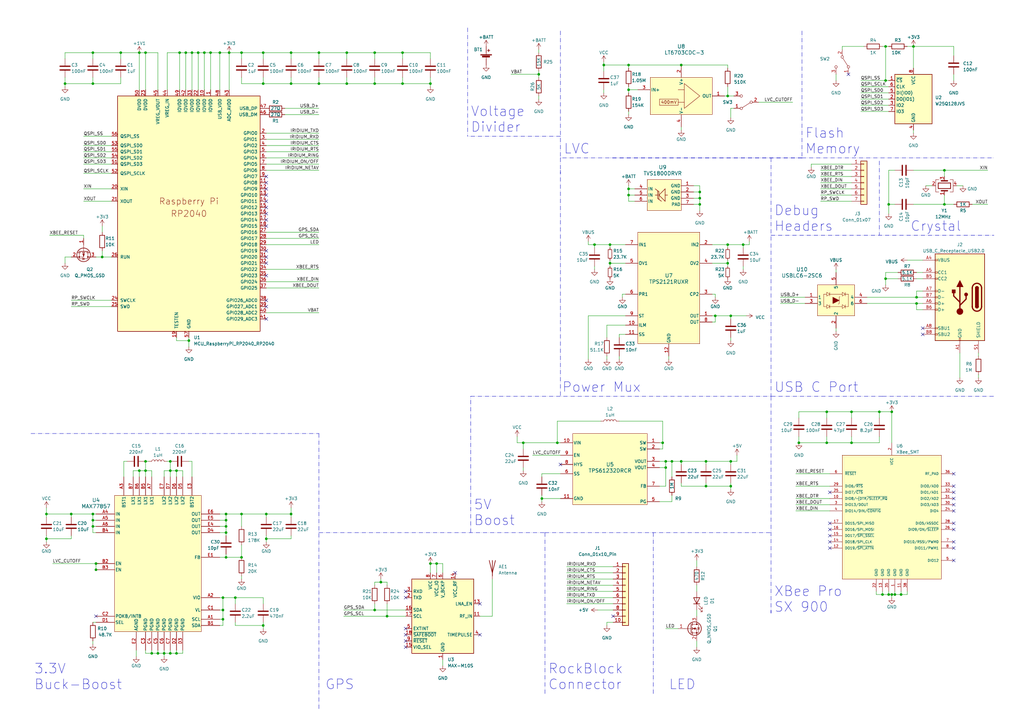
<source format=kicad_sch>
(kicad_sch (version 20230121) (generator eeschema)
  (paper "A3")
  (title_block (title "UMDBPP Command BITSv5") (date "2023-07-30") (rev "1"))
  (junction (at 273.05 191.77))
  (junction (at 38.1 213.36))
  (junction (at 375.92 124.46))
  (junction (at 109.22 210.82))
  (junction (at 83.82 21.59))
  (junction (at 119.38 34.29))
  (junction (at 142.24 34.29))
  (junction (at 99.06 228.6))
  (junction (at 214.63 181.61))
  (junction (at 59.69 193.04))
  (junction (at 19.05 220.98))
  (junction (at 374.65 19.05))
  (junction (at 298.45 39.37))
  (junction (at 158.75 252.73))
  (junction (at 29.21 210.82))
  (junction (at 119.38 210.82))
  (junction (at 289.56 199.39))
  (junction (at 69.85 267.97))
  (junction (at 176.53 34.29))
  (junction (at 26.67 34.29))
  (junction (at 38.1 34.29))
  (junction (at 78.74 21.59))
  (junction (at 49.53 21.59))
  (junction (at 142.24 21.59))
  (junction (at 57.15 193.04))
  (junction (at 59.69 21.59))
  (junction (at 165.1 21.59))
  (junction (at 273.05 189.23))
  (junction (at 99.06 210.82))
  (junction (at 19.05 210.82))
  (junction (at 363.22 33.02))
  (junction (at 387.35 69.85))
  (junction (at 92.71 228.6))
  (junction (at 91.44 245.11))
  (junction (at 72.39 193.04))
  (junction (at 279.4 26.67))
  (junction (at 64.77 267.97))
  (junction (at 130.81 34.29))
  (junction (at 81.28 21.59))
  (junction (at 339.09 168.91))
  (junction (at 156.21 238.76))
  (junction (at 360.68 168.91))
  (junction (at 339.09 181.61))
  (junction (at 349.25 168.91))
  (junction (at 222.25 204.47))
  (junction (at 107.95 21.59))
  (junction (at 91.44 254))
  (junction (at 298.45 107.95))
  (junction (at 86.36 21.59))
  (junction (at 72.39 267.97))
  (junction (at 257.81 80.01))
  (junction (at 298.45 100.33))
  (junction (at 289.56 189.23))
  (junction (at 38.1 210.82))
  (junction (at 96.52 245.11))
  (junction (at 62.23 267.97))
  (junction (at 92.71 215.9))
  (junction (at 220.98 30.48))
  (junction (at 90.17 21.59))
  (junction (at 247.65 26.67))
  (junction (at 109.22 220.98))
  (junction (at 107.95 34.29))
  (junction (at 364.49 83.82))
  (junction (at 369.57 243.84))
  (junction (at 279.4 189.23))
  (junction (at 92.71 210.82))
  (junction (at 363.22 114.3))
  (junction (at 130.81 21.59))
  (junction (at 67.31 267.97))
  (junction (at 57.15 21.59))
  (junction (at 327.66 181.61))
  (junction (at 69.85 189.23))
  (junction (at 375.92 121.92))
  (junction (at 271.78 181.61))
  (junction (at 39.37 233.68))
  (junction (at 387.35 83.82))
  (junction (at 257.81 77.47))
  (junction (at 176.53 231.14))
  (junction (at 363.22 19.05))
  (junction (at 38.1 215.9))
  (junction (at 179.07 231.14))
  (junction (at 92.71 218.44))
  (junction (at 59.69 189.23))
  (junction (at 165.1 34.29))
  (junction (at 250.19 107.95))
  (junction (at 365.76 243.84))
  (junction (at 73.66 21.59))
  (junction (at 77.47 139.7))
  (junction (at 304.8 100.33))
  (junction (at 275.59 189.23))
  (junction (at 250.19 100.33))
  (junction (at 287.02 81.28))
  (junction (at 76.2 21.59))
  (junction (at 365.76 168.91))
  (junction (at 38.1 21.59))
  (junction (at 287.02 83.82))
  (junction (at 243.84 100.33))
  (junction (at 299.72 129.54))
  (junction (at 349.25 181.61))
  (junction (at 287.02 78.74))
  (junction (at 69.85 193.04))
  (junction (at 257.81 36.83))
  (junction (at 91.44 250.19))
  (junction (at 364.49 243.84))
  (junction (at 39.37 231.14))
  (junction (at 299.72 189.23))
  (junction (at 367.03 243.84))
  (junction (at 107.95 256.54))
  (junction (at 119.38 21.59))
  (junction (at 299.72 199.39))
  (junction (at 99.06 21.59))
  (junction (at 92.71 213.36))
  (junction (at 153.67 34.29))
  (junction (at 153.67 250.19))
  (junction (at 228.6 181.61))
  (junction (at 41.91 105.41))
  (junction (at 361.95 243.84))
  (junction (at 257.81 26.67))
  (junction (at 293.37 129.54))
  (junction (at 93.98 21.59))
  (junction (at 153.67 21.59))
  (no_connect (at 391.16 207.01))
  (no_connect (at 109.22 87.63))
  (no_connect (at 391.16 201.93))
  (no_connect (at 166.37 242.57))
  (no_connect (at 109.22 102.87))
  (no_connect (at 166.37 257.81))
  (no_connect (at 109.22 80.01))
  (no_connect (at 391.16 214.63))
  (no_connect (at 109.22 107.95))
  (no_connect (at 391.16 209.55))
  (no_connect (at 166.37 245.11))
  (no_connect (at 378.46 137.16))
  (no_connect (at 109.22 90.17))
  (no_connect (at 340.36 201.93))
  (no_connect (at 251.46 252.73))
  (no_connect (at 109.22 74.93))
  (no_connect (at 109.22 77.47))
  (no_connect (at 109.22 130.81))
  (no_connect (at 340.36 214.63))
  (no_connect (at 109.22 82.55))
  (no_connect (at 166.37 260.35))
  (no_connect (at 391.16 204.47))
  (no_connect (at 378.46 134.62))
  (no_connect (at 109.22 85.09))
  (no_connect (at 391.16 229.87))
  (no_connect (at 109.22 72.39))
  (no_connect (at 391.16 194.31))
  (no_connect (at 391.16 224.79))
  (no_connect (at 196.85 260.35))
  (no_connect (at 347.98 30.48))
  (no_connect (at 391.16 199.39))
  (no_connect (at 109.22 113.03))
  (no_connect (at 186.69 234.95))
  (no_connect (at 391.16 222.25))
  (no_connect (at 166.37 262.89))
  (no_connect (at 229.87 190.5))
  (no_connect (at 109.22 125.73))
  (no_connect (at 109.22 123.19))
  (no_connect (at 340.36 219.71))
  (no_connect (at 166.37 265.43))
  (no_connect (at 391.16 217.17))
  (no_connect (at 109.22 105.41))
  (no_connect (at 340.36 224.79))
  (no_connect (at 196.85 247.65))
  (no_connect (at 39.37 252.73))
  (no_connect (at 109.22 92.71))
  (no_connect (at 340.36 217.17))
  (no_connect (at 340.36 222.25))
  (wire (pts (xy 34.29 77.47) (xy 45.72 77.47)))
  (polyline (pts (xy 328.93 64.77) (xy 328.93 64.77)) (stroke (width 0) (type dash_dot)))
  (wire (pts (xy 116.84 46.99) (xy 130.81 46.99)))
  (wire (pts (xy 74.93 193.04) (xy 72.39 193.04)))
  (wire (pts (xy 270.51 199.39) (xy 273.05 199.39)))
  (wire (pts (xy 26.67 31.75) (xy 26.67 34.29)))
  (wire (pts (xy 90.17 250.19) (xy 91.44 250.19)))
  (wire (pts (xy 90.17 245.11) (xy 91.44 245.11)))
  (wire (pts (xy 304.8 109.22) (xy 304.8 110.49)))
  (wire (pts (xy 368.3 114.3) (xy 363.22 114.3)))
  (wire (pts (xy 21.59 231.14) (xy 39.37 231.14)))
  (wire (pts (xy 359.41 243.84) (xy 359.41 242.57)))
  (wire (pts (xy 254 138.43) (xy 254 137.16)))
  (wire (pts (xy 69.85 266.7) (xy 69.85 267.97)))
  (wire (pts (xy 119.38 210.82) (xy 109.22 210.82)))
  (wire (pts (xy 387.35 80.01) (xy 387.35 83.82)))
  (wire (pts (xy 257.81 38.1) (xy 257.81 36.83)))
  (wire (pts (xy 254 146.05) (xy 254 147.32)))
  (polyline (pts (xy 229.87 12.7) (xy 229.87 64.77)) (stroke (width 0) (type dash_dot)))
  (wire (pts (xy 19.05 210.82) (xy 29.21 210.82)))
  (wire (pts (xy 90.17 256.54) (xy 91.44 256.54)))
  (wire (pts (xy 109.22 59.69) (xy 130.81 59.69)))
  (wire (pts (xy 228.6 181.61) (xy 229.87 181.61)))
  (wire (pts (xy 181.61 234.95) (xy 181.61 231.14)))
  (wire (pts (xy 34.29 59.69) (xy 45.72 59.69)))
  (wire (pts (xy 298.45 107.95) (xy 298.45 109.22)))
  (polyline (pts (xy 360.68 66.04) (xy 360.68 96.52)) (stroke (width 0) (type dash_dot)))
  (wire (pts (xy 92.71 218.44) (xy 92.71 215.9)))
  (wire (pts (xy 287.02 81.28) (xy 287.02 78.74)))
  (wire (pts (xy 74.93 266.7) (xy 74.93 267.97)))
  (wire (pts (xy 90.17 228.6) (xy 92.71 228.6)))
  (wire (pts (xy 287.02 78.74) (xy 287.02 76.2)))
  (wire (pts (xy 304.8 100.33) (xy 304.8 101.6)))
  (wire (pts (xy 38.1 31.75) (xy 38.1 34.29)))
  (wire (pts (xy 69.85 189.23) (xy 69.85 193.04)))
  (wire (pts (xy 339.09 168.91) (xy 339.09 171.45)))
  (wire (pts (xy 327.66 168.91) (xy 327.66 171.45)))
  (polyline (pts (xy 193.04 218.44) (xy 193.04 162.56)) (stroke (width 0) (type dash_dot)))
  (wire (pts (xy 99.06 210.82) (xy 99.06 215.9)))
  (wire (pts (xy 251.46 250.19) (xy 245.11 250.19)))
  (wire (pts (xy 153.67 21.59) (xy 153.67 24.13)))
  (wire (pts (xy 90.17 213.36) (xy 92.71 213.36)))
  (wire (pts (xy 107.95 21.59) (xy 119.38 21.59)))
  (wire (pts (xy 212.09 179.07) (xy 212.09 181.61)))
  (wire (pts (xy 260.35 80.01) (xy 257.81 80.01)))
  (polyline (pts (xy 328.93 64.77) (xy 407.67 64.77)) (stroke (width 0) (type dash_dot)))
  (wire (pts (xy 364.49 69.85) (xy 367.03 69.85)))
  (wire (pts (xy 107.95 256.54) (xy 107.95 257.81)))
  (wire (pts (xy 72.39 138.43) (xy 72.39 139.7)))
  (wire (pts (xy 247.65 36.83) (xy 247.65 38.1)))
  (wire (pts (xy 76.2 21.59) (xy 76.2 36.83)))
  (wire (pts (xy 109.22 54.61) (xy 130.81 54.61)))
  (wire (pts (xy 273.05 191.77) (xy 273.05 199.39)))
  (wire (pts (xy 140.97 250.19) (xy 153.67 250.19)))
  (wire (pts (xy 326.39 207.01) (xy 340.36 207.01)))
  (wire (pts (xy 107.95 247.65) (xy 107.95 245.11)))
  (wire (pts (xy 326.39 199.39) (xy 340.36 199.39)))
  (wire (pts (xy 270.51 191.77) (xy 273.05 191.77)))
  (wire (pts (xy 241.3 100.33) (xy 243.84 100.33)))
  (wire (pts (xy 29.21 105.41) (xy 26.67 105.41)))
  (wire (pts (xy 119.38 219.71) (xy 119.38 220.98)))
  (wire (pts (xy 39.37 218.44) (xy 38.1 218.44)))
  (wire (pts (xy 64.77 266.7) (xy 64.77 267.97)))
  (wire (pts (xy 353.06 40.64) (xy 364.49 40.64)))
  (wire (pts (xy 19.05 219.71) (xy 19.05 220.98)))
  (wire (pts (xy 181.61 270.51) (xy 181.61 273.05)))
  (wire (pts (xy 292.1 120.65) (xy 293.37 120.65)))
  (wire (pts (xy 320.04 124.46) (xy 330.2 124.46)))
  (wire (pts (xy 91.44 245.11) (xy 96.52 245.11)))
  (wire (pts (xy 360.68 179.07) (xy 360.68 181.61)))
  (wire (pts (xy 289.56 189.23) (xy 289.56 190.5)))
  (wire (pts (xy 90.17 218.44) (xy 92.71 218.44)))
  (wire (pts (xy 247.65 25.4) (xy 247.65 26.67)))
  (wire (pts (xy 299.72 189.23) (xy 299.72 190.5)))
  (wire (pts (xy 90.17 254) (xy 91.44 254)))
  (wire (pts (xy 251.46 247.65) (xy 232.41 247.65)))
  (wire (pts (xy 353.06 43.18) (xy 364.49 43.18)))
  (wire (pts (xy 67.31 193.04) (xy 69.85 193.04)))
  (wire (pts (xy 34.29 67.31) (xy 45.72 67.31)))
  (wire (pts (xy 332.74 68.58) (xy 332.74 67.31)))
  (wire (pts (xy 220.98 29.21) (xy 220.98 30.48)))
  (wire (pts (xy 92.71 215.9) (xy 92.71 213.36)))
  (wire (pts (xy 109.22 95.25) (xy 130.81 95.25)))
  (wire (pts (xy 67.31 267.97) (xy 64.77 267.97)))
  (wire (pts (xy 279.4 189.23) (xy 279.4 190.5)))
  (wire (pts (xy 90.17 210.82) (xy 92.71 210.82)))
  (wire (pts (xy 29.21 219.71) (xy 29.21 220.98)))
  (wire (pts (xy 90.17 21.59) (xy 90.17 36.83)))
  (wire (pts (xy 289.56 189.23) (xy 299.72 189.23)))
  (wire (pts (xy 401.32 144.78) (xy 401.32 146.05)))
  (wire (pts (xy 248.92 138.43) (xy 248.92 133.35)))
  (wire (pts (xy 342.9 110.49) (xy 342.9 111.76)))
  (wire (pts (xy 251.46 240.03) (xy 232.41 240.03)))
  (wire (pts (xy 247.65 26.67) (xy 247.65 29.21)))
  (wire (pts (xy 364.49 19.05) (xy 363.22 19.05)))
  (wire (pts (xy 375.92 121.92) (xy 378.46 121.92)))
  (polyline (pts (xy 223.52 218.44) (xy 223.52 284.48)) (stroke (width 0) (type dash_dot)))
  (wire (pts (xy 39.37 213.36) (xy 38.1 213.36)))
  (wire (pts (xy 293.37 120.65) (xy 293.37 121.92)))
  (wire (pts (xy 107.95 31.75) (xy 107.95 34.29)))
  (wire (pts (xy 78.74 21.59) (xy 81.28 21.59)))
  (wire (pts (xy 307.34 100.33) (xy 307.34 99.06)))
  (wire (pts (xy 165.1 21.59) (xy 176.53 21.59)))
  (wire (pts (xy 299.72 189.23) (xy 302.26 189.23)))
  (wire (pts (xy 107.95 21.59) (xy 107.95 24.13)))
  (wire (pts (xy 299.72 129.54) (xy 306.07 129.54)))
  (wire (pts (xy 220.98 30.48) (xy 220.98 31.75)))
  (wire (pts (xy 153.67 238.76) (xy 156.21 238.76)))
  (wire (pts (xy 153.67 250.19) (xy 166.37 250.19)))
  (wire (pts (xy 19.05 220.98) (xy 19.05 222.25)))
  (wire (pts (xy 83.82 21.59) (xy 86.36 21.59)))
  (wire (pts (xy 86.36 21.59) (xy 90.17 21.59)))
  (wire (pts (xy 107.95 255.27) (xy 107.95 256.54)))
  (wire (pts (xy 165.1 34.29) (xy 176.53 34.29)))
  (polyline (pts (xy 130.81 218.44) (xy 223.52 218.44)) (stroke (width 0) (type dash_dot)))
  (wire (pts (xy 279.4 52.07) (xy 279.4 53.34)))
  (wire (pts (xy 222.25 204.47) (xy 222.25 205.74)))
  (wire (pts (xy 34.29 71.12) (xy 45.72 71.12)))
  (wire (pts (xy 52.07 189.23) (xy 50.8 189.23)))
  (wire (pts (xy 299.72 129.54) (xy 299.72 130.81)))
  (wire (pts (xy 355.6 121.92) (xy 375.92 121.92)))
  (wire (pts (xy 368.3 111.76) (xy 363.22 111.76)))
  (wire (pts (xy 355.6 124.46) (xy 375.92 124.46)))
  (wire (pts (xy 299.72 138.43) (xy 299.72 139.7)))
  (wire (pts (xy 298.45 26.67) (xy 298.45 27.94)))
  (wire (pts (xy 379.73 76.2) (xy 382.27 76.2)))
  (polyline (pts (xy 229.87 69.85) (xy 229.87 162.56)) (stroke (width 0) (type dash_dot)))
  (wire (pts (xy 222.25 204.47) (xy 229.87 204.47)))
  (wire (pts (xy 38.1 215.9) (xy 38.1 218.44)))
  (wire (pts (xy 119.38 208.28) (xy 119.38 210.82)))
  (wire (pts (xy 119.38 220.98) (xy 109.22 220.98)))
  (wire (pts (xy 59.69 189.23) (xy 60.96 189.23)))
  (wire (pts (xy 336.55 72.39) (xy 349.25 72.39)))
  (wire (pts (xy 257.81 26.67) (xy 257.81 27.94)))
  (wire (pts (xy 287.02 83.82) (xy 287.02 81.28)))
  (wire (pts (xy 90.17 215.9) (xy 92.71 215.9)))
  (wire (pts (xy 298.45 39.37) (xy 300.99 39.37)))
  (wire (pts (xy 374.65 83.82) (xy 387.35 83.82)))
  (wire (pts (xy 375.92 127) (xy 375.92 124.46)))
  (wire (pts (xy 72.39 139.7) (xy 77.47 139.7)))
  (wire (pts (xy 251.46 255.27) (xy 248.92 255.27)))
  (wire (pts (xy 298.45 106.68) (xy 298.45 107.95)))
  (polyline (pts (xy 267.97 218.44) (xy 267.97 284.48)) (stroke (width 0) (type dash_dot)))
  (wire (pts (xy 243.84 100.33) (xy 250.19 100.33)))
  (wire (pts (xy 54.61 193.04) (xy 57.15 193.04)))
  (wire (pts (xy 72.39 195.58) (xy 72.39 193.04)))
  (wire (pts (xy 342.9 134.62) (xy 342.9 135.89)))
  (wire (pts (xy 62.23 267.97) (xy 59.69 267.97)))
  (wire (pts (xy 64.77 21.59) (xy 59.69 21.59)))
  (wire (pts (xy 92.71 210.82) (xy 99.06 210.82)))
  (wire (pts (xy 299.72 199.39) (xy 299.72 200.66)))
  (wire (pts (xy 39.37 233.68) (xy 39.37 231.14)))
  (wire (pts (xy 19.05 210.82) (xy 19.05 212.09)))
  (wire (pts (xy 275.59 205.74) (xy 275.59 203.2)))
  (wire (pts (xy 153.67 34.29) (xy 165.1 34.29)))
  (wire (pts (xy 284.48 81.28) (xy 287.02 81.28)))
  (wire (pts (xy 257.81 82.55) (xy 257.81 80.01)))
  (wire (pts (xy 73.66 21.59) (xy 76.2 21.59)))
  (wire (pts (xy 83.82 21.59) (xy 83.82 36.83)))
  (wire (pts (xy 214.63 181.61) (xy 228.6 181.61)))
  (wire (pts (xy 369.57 242.57) (xy 369.57 243.84)))
  (wire (pts (xy 49.53 21.59) (xy 49.53 24.13)))
  (wire (pts (xy 19.05 220.98) (xy 29.21 220.98)))
  (wire (pts (xy 250.19 106.68) (xy 250.19 107.95)))
  (wire (pts (xy 130.81 24.13) (xy 130.81 21.59)))
  (wire (pts (xy 38.1 24.13) (xy 38.1 21.59)))
  (polyline (pts (xy 316.23 96.52) (xy 407.67 96.52)) (stroke (width 0) (type dash_dot)))
  (wire (pts (xy 378.46 114.3) (xy 375.92 114.3)))
  (wire (pts (xy 363.22 114.3) (xy 363.22 116.84)))
  (wire (pts (xy 109.22 67.31) (xy 130.81 67.31)))
  (wire (pts (xy 41.91 105.41) (xy 45.72 105.41)))
  (wire (pts (xy 158.75 238.76) (xy 158.75 240.03)))
  (wire (pts (xy 298.45 35.56) (xy 298.45 39.37)))
  (wire (pts (xy 165.1 21.59) (xy 165.1 24.13)))
  (wire (pts (xy 326.39 209.55) (xy 340.36 209.55)))
  (wire (pts (xy 391.16 22.86) (xy 391.16 19.05)))
  (wire (pts (xy 91.44 245.11) (xy 91.44 250.19)))
  (wire (pts (xy 271.78 172.72) (xy 254 172.72)))
  (polyline (pts (xy 328.93 64.77) (xy 229.87 64.77)) (stroke (width 0) (type dash_dot)))
  (wire (pts (xy 342.9 30.48) (xy 342.9 33.02)))
  (wire (pts (xy 92.71 228.6) (xy 92.71 227.33)))
  (wire (pts (xy 349.25 179.07) (xy 349.25 181.61)))
  (wire (pts (xy 279.4 198.12) (xy 279.4 199.39)))
  (wire (pts (xy 285.75 262.89) (xy 285.75 265.43)))
  (wire (pts (xy 345.44 19.05) (xy 354.33 19.05)))
  (wire (pts (xy 292.1 132.08) (xy 293.37 132.08)))
  (wire (pts (xy 109.22 210.82) (xy 109.22 212.09)))
  (wire (pts (xy 74.93 267.97) (xy 72.39 267.97)))
  (wire (pts (xy 271.78 181.61) (xy 271.78 184.15)))
  (polyline (pts (xy 328.93 64.77) (xy 250.19 64.77)) (stroke (width 0) (type dash_dot)))
  (wire (pts (xy 93.98 21.59) (xy 93.98 36.83)))
  (polyline (pts (xy 193.04 162.56) (xy 316.23 162.56)) (stroke (width 0) (type dash_dot)))
  (wire (pts (xy 299.72 44.45) (xy 300.99 44.45)))
  (wire (pts (xy 67.31 266.7) (xy 67.31 267.97)))
  (wire (pts (xy 41.91 92.71) (xy 41.91 95.25)))
  (wire (pts (xy 241.3 129.54) (xy 256.54 129.54)))
  (wire (pts (xy 140.97 252.73) (xy 158.75 252.73)))
  (wire (pts (xy 360.68 168.91) (xy 360.68 171.45)))
  (wire (pts (xy 336.55 80.01) (xy 349.25 80.01)))
  (wire (pts (xy 391.16 30.48) (xy 391.16 33.02)))
  (wire (pts (xy 251.46 237.49) (xy 232.41 237.49)))
  (wire (pts (xy 257.81 26.67) (xy 279.4 26.67)))
  (wire (pts (xy 67.31 267.97) (xy 67.31 269.24)))
  (wire (pts (xy 176.53 31.75) (xy 176.53 34.29)))
  (wire (pts (xy 372.11 243.84) (xy 369.57 243.84)))
  (wire (pts (xy 92.71 219.71) (xy 92.71 218.44)))
  (polyline (pts (xy 229.87 55.88) (xy 191.77 55.88)) (stroke (width 0) (type dash_dot)))
  (wire (pts (xy 374.65 19.05) (xy 391.16 19.05)))
  (wire (pts (xy 40.64 233.68) (xy 39.37 233.68)))
  (wire (pts (xy 250.19 100.33) (xy 256.54 100.33)))
  (wire (pts (xy 165.1 31.75) (xy 165.1 34.29)))
  (wire (pts (xy 275.59 189.23) (xy 275.59 195.58)))
  (wire (pts (xy 364.49 242.57) (xy 364.49 243.84)))
  (wire (pts (xy 273.05 189.23) (xy 273.05 191.77)))
  (wire (pts (xy 142.24 21.59) (xy 142.24 24.13)))
  (wire (pts (xy 96.52 245.11) (xy 96.52 247.65)))
  (wire (pts (xy 363.22 19.05) (xy 363.22 33.02)))
  (wire (pts (xy 86.36 36.83) (xy 86.36 21.59)))
  (wire (pts (xy 360.68 168.91) (xy 349.25 168.91)))
  (wire (pts (xy 81.28 21.59) (xy 83.82 21.59)))
  (wire (pts (xy 353.06 38.1) (xy 364.49 38.1)))
  (wire (pts (xy 96.52 256.54) (xy 107.95 256.54)))
  (wire (pts (xy 293.37 129.54) (xy 299.72 129.54)))
  (wire (pts (xy 99.06 34.29) (xy 107.95 34.29)))
  (wire (pts (xy 353.06 45.72) (xy 364.49 45.72)))
  (wire (pts (xy 279.4 189.23) (xy 289.56 189.23)))
  (wire (pts (xy 69.85 193.04) (xy 69.85 195.58)))
  (wire (pts (xy 367.03 242.57) (xy 367.03 243.84)))
  (wire (pts (xy 34.29 96.52) (xy 20.32 96.52)))
  (wire (pts (xy 26.67 34.29) (xy 26.67 35.56)))
  (wire (pts (xy 401.32 153.67) (xy 401.32 154.94)))
  (wire (pts (xy 68.58 21.59) (xy 73.66 21.59)))
  (wire (pts (xy 257.81 46.99) (xy 257.81 45.72)))
  (wire (pts (xy 26.67 24.13) (xy 26.67 21.59)))
  (wire (pts (xy 367.03 243.84) (xy 365.76 243.84)))
  (wire (pts (xy 109.22 97.79) (xy 130.81 97.79)))
  (wire (pts (xy 29.21 210.82) (xy 29.21 212.09)))
  (wire (pts (xy 270.51 205.74) (xy 275.59 205.74)))
  (wire (pts (xy 287.02 76.2) (xy 284.48 76.2)))
  (wire (pts (xy 38.1 215.9) (xy 39.37 215.9)))
  (wire (pts (xy 292.1 129.54) (xy 293.37 129.54)))
  (wire (pts (xy 92.71 213.36) (xy 92.71 210.82)))
  (wire (pts (xy 119.38 24.13) (xy 119.38 21.59)))
  (wire (pts (xy 38.1 21.59) (xy 49.53 21.59)))
  (wire (pts (xy 153.67 21.59) (xy 165.1 21.59)))
  (wire (pts (xy 289.56 199.39) (xy 299.72 199.39)))
  (wire (pts (xy 39.37 105.41) (xy 41.91 105.41)))
  (wire (pts (xy 38.1 262.89) (xy 38.1 264.16)))
  (wire (pts (xy 218.44 186.69) (xy 229.87 186.69)))
  (wire (pts (xy 179.07 234.95) (xy 179.07 231.14)))
  (wire (pts (xy 81.28 21.59) (xy 81.28 36.83)))
  (wire (pts (xy 353.06 33.02) (xy 363.22 33.02)))
  (wire (pts (xy 38.1 213.36) (xy 38.1 210.82)))
  (polyline (pts (xy 223.52 218.44) (xy 316.23 218.44)) (stroke (width 0) (type dash_dot)))
  (wire (pts (xy 248.92 146.05) (xy 248.92 147.32)))
  (wire (pts (xy 361.95 243.84) (xy 359.41 243.84)))
  (wire (pts (xy 176.53 231.14) (xy 176.53 234.95)))
  (wire (pts (xy 77.47 139.7) (xy 77.47 142.24)))
  (wire (pts (xy 374.65 53.34) (xy 374.65 54.61)))
  (wire (pts (xy 365.76 168.91) (xy 360.68 168.91)))
  (wire (pts (xy 304.8 100.33) (xy 307.34 100.33)))
  (wire (pts (xy 365.76 168.91) (xy 365.76 181.61)))
  (wire (pts (xy 59.69 189.23) (xy 59.69 193.04)))
  (wire (pts (xy 293.37 132.08) (xy 293.37 129.54)))
  (wire (pts (xy 107.95 245.11) (xy 96.52 245.11)))
  (wire (pts (xy 176.53 24.13) (xy 176.53 21.59)))
  (wire (pts (xy 398.78 83.82) (xy 405.13 83.82)))
  (wire (pts (xy 92.71 228.6) (xy 99.06 228.6)))
  (wire (pts (xy 72.39 267.97) (xy 69.85 267.97)))
  (wire (pts (xy 378.46 111.76) (xy 375.92 111.76)))
  (wire (pts (xy 302.26 186.69) (xy 302.26 189.23)))
  (wire (pts (xy 72.39 266.7) (xy 72.39 267.97)))
  (wire (pts (xy 64.77 36.83) (xy 64.77 21.59)))
  (wire (pts (xy 311.15 41.91) (xy 325.12 41.91)))
  (wire (pts (xy 374.65 19.05) (xy 374.65 27.94)))
  (wire (pts (xy 176.53 34.29) (xy 176.53 35.56)))
  (wire (pts (xy 109.22 57.15) (xy 130.81 57.15)))
  (wire (pts (xy 270.51 181.61) (xy 271.78 181.61)))
  (wire (pts (xy 274.32 146.05) (xy 274.32 147.32)))
  (wire (pts (xy 179.07 231.14) (xy 176.53 231.14)))
  (wire (pts (xy 248.92 133.35) (xy 256.54 133.35)))
  (wire (pts (xy 251.46 234.95) (xy 232.41 234.95)))
  (wire (pts (xy 284.48 83.82) (xy 287.02 83.82)))
  (wire (pts (xy 59.69 193.04) (xy 59.69 195.58)))
  (wire (pts (xy 99.06 223.52) (xy 99.06 228.6)))
  (wire (pts (xy 142.24 21.59) (xy 153.67 21.59)))
  (wire (pts (xy 220.98 20.32) (xy 220.98 21.59)))
  (wire (pts (xy 74.93 195.58) (xy 74.93 193.04)))
  (wire (pts (xy 76.2 21.59) (xy 78.74 21.59)))
  (wire (pts (xy 364.49 243.84) (xy 361.95 243.84)))
  (wire (pts (xy 153.67 247.65) (xy 153.67 250.19)))
  (polyline (pts (xy 328.93 12.7) (xy 328.93 64.77)) (stroke (width 0) (type dash_dot)))
  (wire (pts (xy 109.22 220.98) (xy 109.22 219.71)))
  (wire (pts (xy 91.44 250.19) (xy 91.44 254)))
  (wire (pts (xy 378.46 106.68) (xy 372.11 106.68)))
  (polyline (pts (xy 12.7 177.8) (xy 130.81 177.8)) (stroke (width 0) (type dash_dot)))
  (polyline (pts (xy 361.95 162.56) (xy 407.67 162.56)) (stroke (width 0) (type dash_dot)))
  (wire (pts (xy 62.23 193.04) (xy 59.69 193.04)))
  (wire (pts (xy 26.67 105.41) (xy 26.67 107.95)))
  (wire (pts (xy 99.06 210.82) (xy 109.22 210.82)))
  (wire (pts (xy 99.06 21.59) (xy 107.95 21.59)))
  (wire (pts (xy 251.46 232.41) (xy 232.41 232.41)))
  (wire (pts (xy 109.22 62.23) (xy 130.81 62.23)))
  (wire (pts (xy 365.76 245.11) (xy 365.76 243.84)))
  (wire (pts (xy 284.48 78.74) (xy 287.02 78.74)))
  (wire (pts (xy 222.25 194.31) (xy 222.25 195.58)))
  (wire (pts (xy 34.29 64.77) (xy 45.72 64.77)))
  (wire (pts (xy 222.25 203.2) (xy 222.25 204.47)))
  (wire (pts (xy 64.77 267.97) (xy 62.23 267.97)))
  (polyline (pts (xy 361.95 162.56) (xy 316.23 162.56)) (stroke (width 0) (type dash_dot)))
  (wire (pts (xy 375.92 119.38) (xy 375.92 121.92)))
  (wire (pts (xy 292.1 100.33) (xy 298.45 100.33)))
  (polyline (pts (xy 229.87 64.77) (xy 229.87 71.12)) (stroke (width 0) (type dash_dot)))
  (wire (pts (xy 278.13 257.81) (xy 273.05 257.81)))
  (wire (pts (xy 285.75 240.03) (xy 285.75 242.57)))
  (wire (pts (xy 68.58 189.23) (xy 69.85 189.23)))
  (wire (pts (xy 109.22 110.49) (xy 130.81 110.49)))
  (wire (pts (xy 38.1 255.27) (xy 39.37 255.27)))
  (wire (pts (xy 243.84 100.33) (xy 243.84 101.6)))
  (wire (pts (xy 369.57 243.84) (xy 367.03 243.84)))
  (wire (pts (xy 69.85 267.97) (xy 67.31 267.97)))
  (wire (pts (xy 26.67 21.59) (xy 38.1 21.59)))
  (wire (pts (xy 49.53 31.75) (xy 49.53 34.29)))
  (wire (pts (xy 158.75 247.65) (xy 158.75 252.73)))
  (wire (pts (xy 26.67 34.29) (xy 38.1 34.29)))
  (wire (pts (xy 34.29 55.88) (xy 45.72 55.88)))
  (wire (pts (xy 392.43 76.2) (xy 394.97 76.2)))
  (wire (pts (xy 220.98 39.37) (xy 220.98 40.64)))
  (wire (pts (xy 77.47 189.23) (xy 78.74 189.23)))
  (polyline (pts (xy 316.23 162.56) (xy 316.23 251.46)) (stroke (width 0) (type dash_dot)))
  (wire (pts (xy 38.1 213.36) (xy 38.1 215.9)))
  (wire (pts (xy 158.75 252.73) (xy 166.37 252.73)))
  (wire (pts (xy 72.39 193.04) (xy 69.85 193.04)))
  (wire (pts (xy 257.81 77.47) (xy 257.81 76.2)))
  (wire (pts (xy 201.93 252.73) (xy 196.85 252.73)))
  (wire (pts (xy 214.63 191.77) (xy 214.63 193.04)))
  (wire (pts (xy 292.1 107.95) (xy 298.45 107.95)))
  (wire (pts (xy 251.46 242.57) (xy 232.41 242.57)))
  (wire (pts (xy 241.3 99.06) (xy 241.3 100.33)))
  (wire (pts (xy 349.25 168.91) (xy 339.09 168.91)))
  (wire (pts (xy 257.81 80.01) (xy 257.81 77.47)))
  (wire (pts (xy 156.21 238.76) (xy 158.75 238.76)))
  (wire (pts (xy 130.81 34.29) (xy 142.24 34.29)))
  (wire (pts (xy 93.98 21.59) (xy 99.06 21.59)))
  (wire (pts (xy 99.06 237.49) (xy 99.06 236.22)))
  (wire (pts (xy 254 137.16) (xy 256.54 137.16)))
  (wire (pts (xy 34.29 82.55) (xy 45.72 82.55)))
  (wire (pts (xy 34.29 96.52) (xy 34.29 97.79)))
  (wire (pts (xy 181.61 231.14) (xy 179.07 231.14)))
  (wire (pts (xy 256.54 120.65) (xy 255.27 120.65)))
  (wire (pts (xy 372.11 242.57) (xy 372.11 243.84)))
  (wire (pts (xy 260.35 82.55) (xy 257.81 82.55)))
  (wire (pts (xy 339.09 179.07) (xy 339.09 181.61)))
  (wire (pts (xy 289.56 198.12) (xy 289.56 199.39)))
  (wire (pts (xy 78.74 21.59) (xy 78.74 36.83)))
  (wire (pts (xy 298.45 100.33) (xy 298.45 101.6)))
  (wire (pts (xy 19.05 210.82) (xy 19.05 208.28)))
  (wire (pts (xy 54.61 195.58) (xy 54.61 193.04)))
  (wire (pts (xy 299.72 48.26) (xy 299.72 44.45)))
  (wire (pts (xy 109.22 100.33) (xy 130.81 100.33)))
  (wire (pts (xy 62.23 195.58) (xy 62.23 193.04)))
  (wire (pts (xy 73.66 21.59) (xy 73.66 36.83)))
  (wire (pts (xy 365.76 243.84) (xy 364.49 243.84)))
  (wire (pts (xy 299.72 199.39) (xy 299.72 198.12)))
  (wire (pts (xy 339.09 181.61) (xy 327.66 181.61)))
  (wire (pts (xy 378.46 119.38) (xy 375.92 119.38)))
  (wire (pts (xy 130.81 31.75) (xy 130.81 34.29)))
  (wire (pts (xy 209.55 30.48) (xy 220.98 30.48)))
  (wire (pts (xy 361.95 242.57) (xy 361.95 243.84)))
  (polyline (pts (xy 316.23 64.77) (xy 316.23 162.56)) (stroke (width 0) (type dash_dot)))
  (wire (pts (xy 91.44 256.54) (xy 91.44 254)))
  (wire (pts (xy 29.21 210.82) (xy 38.1 210.82)))
  (wire (pts (xy 119.38 21.59) (xy 130.81 21.59)))
  (wire (pts (xy 387.35 72.39) (xy 387.35 69.85)))
  (wire (pts (xy 142.24 34.29) (xy 153.67 34.29)))
  (wire (pts (xy 116.84 44.45) (xy 130.81 44.45)))
  (wire (pts (xy 41.91 102.87) (xy 41.91 105.41)))
  (wire (pts (xy 228.6 172.72) (xy 246.38 172.72)))
  (wire (pts (xy 109.22 128.27) (xy 130.81 128.27)))
  (wire (pts (xy 360.68 181.61) (xy 349.25 181.61)))
  (wire (pts (xy 372.11 19.05) (xy 374.65 19.05)))
  (wire (pts (xy 222.25 194.31) (xy 229.87 194.31)))
  (wire (pts (xy 374.65 69.85) (xy 387.35 69.85)))
  (wire (pts (xy 298.45 100.33) (xy 304.8 100.33)))
  (wire (pts (xy 260.35 77.47) (xy 257.81 77.47)))
  (wire (pts (xy 90.17 21.59) (xy 93.98 21.59)))
  (wire (pts (xy 77.47 138.43) (xy 77.47 139.7)))
  (wire (pts (xy 327.66 179.07) (xy 327.66 181.61)))
  (wire (pts (xy 49.53 21.59) (xy 57.15 21.59)))
  (wire (pts (xy 241.3 147.32) (xy 241.3 129.54)))
  (wire (pts (xy 279.4 199.39) (xy 289.56 199.39)))
  (wire (pts (xy 57.15 21.59) (xy 57.15 36.83)))
  (wire (pts (xy 153.67 31.75) (xy 153.67 34.29)))
  (wire (pts (xy 38.1 210.82) (xy 39.37 210.82)))
  (wire (pts (xy 353.06 35.56) (xy 364.49 35.56)))
  (wire (pts (xy 336.55 74.93) (xy 349.25 74.93)))
  (wire (pts (xy 320.04 121.92) (xy 330.2 121.92)))
  (polyline (pts (xy 316.23 251.46) (xy 316.23 250.19)))
  (wire (pts (xy 130.81 21.59) (xy 142.24 21.59)))
  (wire (pts (xy 109.22 64.77) (xy 130.81 64.77)))
  (wire (pts (xy 68.58 36.83) (xy 68.58 21.59)))
  (wire (pts (xy 375.92 124.46) (xy 378.46 124.46)))
  (wire (pts (xy 109.22 118.11) (xy 130.81 118.11)))
  (wire (pts (xy 336.55 82.55) (xy 349.25 82.55)))
  (wire (pts (xy 285.75 250.19) (xy 285.75 252.73)))
  (wire (pts (xy 285.75 232.41) (xy 285.75 229.87)))
  (wire (pts (xy 349.25 168.91) (xy 349.25 171.45)))
  (wire (pts (xy 247.65 26.67) (xy 257.81 26.67)))
  (wire (pts (xy 270.51 189.23) (xy 273.05 189.23)))
  (wire (pts (xy 255.27 120.65) (xy 255.27 121.92)))
  (wire (pts (xy 332.74 67.31) (xy 349.25 67.31)))
  (wire (pts (xy 271.78 181.61) (xy 271.78 172.72)))
  (wire (pts (xy 345.44 20.32) (xy 345.44 19.05)))
  (wire (pts (xy 243.84 109.22) (xy 243.84 110.49)))
  (wire (pts (xy 119.38 34.29) (xy 130.81 34.29)))
  (wire (pts (xy 248.92 255.27) (xy 248.92 256.54)))
  (wire (pts (xy 99.06 31.75) (xy 99.06 34.29)))
  (wire (pts (xy 57.15 193.04) (xy 57.15 195.58)))
  (wire (pts (xy 257.81 36.83) (xy 257.81 35.56)))
  (wire (pts (xy 67.31 195.58) (xy 67.31 193.04)))
  (wire (pts (xy 378.46 127) (xy 375.92 127)))
  (wire (pts (xy 326.39 194.31) (xy 340.36 194.31)))
  (wire (pts (xy 363.22 111.76) (xy 363.22 114.3)))
  (wire (pts (xy 62.23 266.7) (xy 62.23 267.97)))
  (wire (pts (xy 96.52 255.27) (xy 96.52 256.54)))
  (wire (pts (xy 228.6 181.61) (xy 228.6 172.72)))
  (wire (pts (xy 250.19 100.33) (xy 250.19 101.6)))
  (wire (pts (xy 59.69 266.7) (xy 59.69 267.97)))
  (wire (pts (xy 153.67 238.76) (xy 153.67 240.03)))
  (polyline (pts (xy 130.81 177.8) (xy 130.81 290.83)) (stroke (width 0) (type dash_dot)))
  (wire (pts (xy 109.22 220.98) (xy 109.22 222.25)))
  (wire (pts (xy 261.62 36.83) (xy 257.81 36.83)))
  (wire (pts (xy 201.93 237.49) (xy 201.93 252.73)))
  (wire (pts (xy 59.69 21.59) (xy 57.15 21.59)))
  (wire (pts (xy 78.74 189.23) (xy 78.74 195.58)))
  (wire (pts (xy 367.03 83.82) (xy 364.49 83.82)))
  (wire (pts (xy 387.35 69.85) (xy 405.13 69.85)))
  (wire (pts (xy 250.19 107.95) (xy 250.19 109.22)))
  (wire (pts (xy 298.45 26.67) (xy 279.4 26.67)))
  (wire (pts (xy 59.69 21.59) (xy 59.69 36.83)))
  (wire (pts (xy 39.37 231.14) (xy 40.64 231.14)))
  (wire (pts (xy 55.88 266.7) (xy 55.88 269.24)))
  (wire (pts (xy 29.21 125.73) (xy 45.72 125.73)))
  (wire (pts (xy 361.95 19.05) (xy 363.22 19.05)))
  (wire (pts (xy 339.09 168.91) (xy 327.66 168.91)))
  (wire (pts (xy 99.06 21.59) (xy 99.06 24.13)))
  (wire (pts (xy 336.55 77.47) (xy 349.25 77.47)))
  (wire (pts (xy 119.38 210.82) (xy 119.38 212.09)))
  (wire (pts (xy 287.02 86.36) (xy 287.02 83.82)))
  (wire (pts (xy 119.38 31.75) (xy 119.38 34.29)))
  (wire (pts (xy 107.95 34.29) (xy 119.38 34.29)))
  (wire (pts (xy 57.15 193.04) (xy 59.69 193.04)))
  (wire (pts (xy 29.21 123.19) (xy 45.72 123.19)))
  (wire (pts (xy 50.8 189.23) (xy 50.8 195.58)))
  (wire (pts (xy 142.24 31.75) (xy 142.24 34.29)))
  (wire (pts (xy 212.09 181.61) (xy 214.63 181.61)))
  (wire (pts (xy 393.7 144.78) (xy 393.7 154.94)))
  (wire (pts (xy 387.35 83.82) (xy 391.16 83.82)))
  (wire (pts (xy 34.29 62.23) (xy 45.72 62.23)))
  (wire (pts (xy 363.22 33.02) (xy 364.49 33.02)))
  (wire (pts (xy 364.49 69.85) (xy 364.49 83.82)))
  (wire (pts (xy 156.21 237.49) (xy 156.21 238.76)))
  (wire (pts (xy 349.25 181.61) (xy 339.09 181.61)))
  (wire (pts (xy 251.46 245.11) (xy 232.41 245.11)))
  (wire (pts (xy 109.22 69.85) (xy 130.81 69.85)))
  (polyline (pts (xy 191.77 11.43) (xy 191.77 55.88)) (stroke (width 0) (type dash_dot)))
  (wire (pts (xy 273.05 189.23) (xy 275.59 189.23)))
  (wire (pts (xy 336.55 69.85) (xy 349.25 69.85)))
  (wire (pts (xy 109.22 115.57) (xy 130.81 115.57)))
  (wire (pts (xy 364.49 83.82) (xy 364.49 87.63)))
  (wire (pts (xy 214.63 181.61) (xy 214.63 184.15)))
  (wire (pts (xy 275.59 189.23) (xy 279.4 189.23)))
  (wire (pts (xy 38.1 34.29) (xy 49.53 34.29)))
  (wire (pts (xy 326.39 204.47) (xy 340.36 204.47)))
  (wire (pts (xy 250.19 107.95) (xy 256.54 107.95)))
  (wire (pts (xy 297.18 39.37) (xy 298.45 39.37)))
  (wire (pts (xy 270.51 184.15) (xy 271.78 184.15)))
  (text "LVC" (at 231.14 63.5 0) (effects (font (size 4 4)) (justify left bottom)))
  (text "Power Mux" (at 262.89 161.29 0) (effects (font (size 4 4)) (justify right bottom)))
  (text "GPS" (at 133.35 283.21 0) (effects (font (size 4 4)) (justify left bottom)))
  (text "Voltage\nDivider" (at 193.04 54.61 0) (effects (font (size 4 4)) (justify left bottom)))
  (text "LED" (at 274.32 283.21 0) (effects (font (size 4 4)) (justify left bottom)))
  (text "Debug\nHeaders" (at 317.5 95.25 0) (effects (font (size 4 4)) (justify left bottom)))
  (text "5V\nBoost\n" (at 194.31 215.9 0) (effects (font (size 4 4)) (justify left bottom)))
  (text "USB C Port" (at 317.5 161.29 0) (effects (font (size 4 4)) (justify left bottom)))
  (text "RockBlock\nConnector" (at 224.79 283.21 0) (effects (font (size 4 4)) (justify left bottom)))
  (text "XBee Pro \nSX 900" (at 317.5 251.46 0) (effects (font (size 4 4)) (justify left bottom)))
  (text "Flash\nMemory" (at 330.2 63.5 0) (effects (font (size 4 4)) (justify left bottom)))
  (text "Crystal" (at 373.38 95.25 0) (effects (font (size 4 4)) (justify left bottom)))
  (text "3.3V\nBuck-Boost" (at 13.97 283.21 0) (effects (font (size 4 4)) (justify left bottom)))
  (label "GPS_SDA" (at 130.81 95.25 180))
  (label "IRIDIUM_CTS" (at 130.81 59.69 180))
  (label "XBEE_RESET" (at 326.39 194.31 0))
  (label "XIN" (at 34.29 77.47 0))
  (label "XBEE_DTR" (at 336.55 69.85 0))
  (label "LVC_CUTOFF" (at 218.44 186.69 0))
  (label "LVC_CUTOFF" (at 325.12 41.91 180))
  (label "LED" (at 130.81 100.33 180))
  (label "IRIDIUM_NETAV" (at 130.81 69.85 180))
  (label "XBEE_DIN" (at 130.81 115.57 180))
  (label "QSPI_SCLK" (at 353.06 35.56 0))
  (label "QSPI_SD3" (at 353.06 45.72 0))
  (label "XBEE_DOUT" (at 336.55 77.47 0))
  (label "RP_SWCLK" (at 336.55 80.01 0))
  (label "RP_SWD" (at 336.55 82.55 0))
  (label "QSPI_SD1" (at 34.29 62.23 0))
  (label "XOUT" (at 34.29 82.55 0))
  (label "IRIDIUM_ON{slash}OFF" (at 232.41 247.65 0))
  (label "GPS_SDA" (at 140.97 250.19 0))
  (label "XBEE_DOUT" (at 130.81 118.11 180))
  (label "IRIDIUM_TXD" (at 232.41 245.11 0))
  (label "IRIDIUM_RING" (at 232.41 242.57 0))
  (label "QSPI_SD3" (at 34.29 67.31 0))
  (label "XBEE_RTS" (at 336.55 72.39 0))
  (label "IRIDIUM_RXD" (at 232.41 232.41 0))
  (label "USB_D-" (at 130.81 46.99 180))
  (label "VBAT" (at 209.55 30.48 0))
  (label "XBEE_DIN" (at 336.55 74.93 0))
  (label "IRIDIUM_TXD" (at 130.81 54.61 180))
  (label "GPS_SCL" (at 130.81 97.79 180))
  (label "RP_SWCLK" (at 29.21 123.19 0))
  (label "XBEE_DOUT" (at 326.39 207.01 0))
  (label "IRIDIUM_RXD" (at 130.81 57.15 180))
  (label "IRIDIUM_CTS" (at 232.41 234.95 0))
  (label "QSPI_SCLK" (at 34.29 71.12 0))
  (label "USB_D+" (at 130.81 44.45 180))
  (label "IRIDIUM_RTS" (at 232.41 237.49 0))
  (label "USB_D-" (at 320.04 124.46 0))
  (label "QSPI_SD0" (at 353.06 38.1 0))
  (label "IRIDIUM_NETAV" (at 232.41 240.03 0))
  (label "QSPI_SD1" (at 353.06 40.64 0))
  (label "XBEE_RESET" (at 20.32 96.52 0))
  (label "XBEE_DIN" (at 326.39 209.55 0))
  (label "QSPI_SS" (at 353.06 33.02 0))
  (label "IRIDIUM_ON{slash}OFF" (at 130.81 67.31 180))
  (label "LED" (at 273.05 257.81 0))
  (label "IRIDIUM_RTS" (at 130.81 62.23 180))
  (label "XIN" (at 405.13 69.85 180))
  (label "RP_SWD" (at 29.21 125.73 0))
  (label "QSPI_SD2" (at 353.06 43.18 0))
  (label "GPS_SCL" (at 140.97 252.73 0))
  (label "XOUT" (at 405.13 83.82 180))
  (label "XBEE_RTS" (at 326.39 199.39 0))
  (label "XBEE_DTR" (at 326.39 204.47 0))
  (label "VBAT" (at 130.81 128.27 180))
  (label "XBEE_RTS" (at 130.81 110.49 180))
  (label "QSPI_SD0" (at 34.29 59.69 0))
  (label "QSPI_SS" (at 34.29 55.88 0))
  (label "QSPI_SD2" (at 34.29 64.77 0))
  (label "USB_D+" (at 320.04 121.92 0))
  (label "IRIDIUM_RING" (at 130.81 64.77 180))
  (label "LVC_CUTOFF" (at 21.59 231.14 0))
  (symbol (lib_id "Device:R") (at 368.3 19.05 90) (unit 1)
    (property "Reference" "R3" (at 369.57 16.51 90) (effects (justify left)))
    (property "Value" "10K" (at 369.57 21.59 90) (effects (justify left)))
    (property "Footprint" "Resistor_SMD:R_0603_1608Metric_Pad0.98x0.95mm_HandSolder" (effects hide))
  )
  (symbol (lib_id "power:GND") (at 38.1 264.16 0) (unit 1)
    (property "Reference" "#PWR025" (effects hide))
    (property "Value" "GND" (at 38.1 269.24 0))
  )
  (symbol (lib_id "Device:R_Small") (at 298.45 104.14 0) (mirror y) (unit 1)
    (property "Reference" "R22" (at 297.18 102.87 0) (effects (justify left)))
    (property "Value" "23.7K" (at 297.18 105.41 0) (effects (justify left)))
    (property "Footprint" "Resistor_SMD:R_0603_1608Metric_Pad0.98x0.95mm_HandSolder" (effects hide))
  )
  (symbol (lib_id "Switch:SW_SPDT") (at 306.07 41.91 180) (unit 1)
    (property "Reference" "SW3" (at 298.45 41.91 0))
    (property "Value" "SLIDE" (effects hide))
    (property "Footprint" "BITSv5:CL-SB-12B-01_NDC" (effects hide))
  )
  (symbol (lib_id "Device:R") (at 99.06 232.41 0) (unit 1)
    (property "Reference" "R14" (at 101.6 231.775 0) (effects (justify left)))
    (property "Value" "20K" (at 101.6 234.315 0) (effects (justify left)))
    (property "Footprint" "Resistor_SMD:R_0603_1608Metric_Pad0.98x0.95mm_HandSolder" (effects hide))
  )
  (symbol (lib_id "TPS2121:TPS2121RUXR") (at 274.32 120.65 0) (unit 1)
    (property "Reference" "U7" (at 274.32 113.03 0) (effects (font (size 1.524 1.524))))
    (property "Value" "TPS2121RUXR" (at 274.32 115.57 0) (effects (font (size 1.524 1.524))))
    (property "Footprint" "BITSv5:TPS2121" (effects hide))
    (property "Datasheet" "TPS2121RUXR" (effects hide))
  )
  (symbol (lib_id "Device:R_Small") (at 250.19 104.14 0) (unit 1)
    (property "Reference" "R15" (at 251.46 102.87 0) (effects (justify left)))
    (property "Value" "23.7K" (at 251.46 105.41 0) (effects (justify left)))
    (property "Footprint" "Resistor_SMD:R_0603_1608Metric_Pad0.98x0.95mm_HandSolder" (effects hide))
  )
  (symbol (lib_id "power:VCC") (at 247.65 25.4 0) (unit 1)
    (property "Reference" "#PWR068" (effects hide))
    (property "Value" "VCC" (at 247.65 21.59 0))
  )
  (symbol (lib_id "power:GND") (at 363.22 116.84 0) (mirror y) (unit 1)
    (property "Reference" "#PWR015" (effects hide))
    (property "Value" "GND" (at 359.41 119.38 0))
  )
  (symbol (lib_id "Device:C") (at 55.88 189.23 90) (unit 1)
    (property "Reference" "C15" (at 55.88 182.88 90))
    (property "Value" "220nF" (at 55.88 185.42 90))
    (property "Footprint" "Capacitor_SMD:C_0603_1608Metric_Pad1.08x0.95mm_HandSolder" (effects hide))
  )
  (symbol (lib_id "power:GND") (at 287.02 86.36 0) (unit 1)
    (property "Reference" "#PWR057" (effects hide))
    (property "Value" "GND" (at 287.02 91.44 0))
  )
  (symbol (lib_id "Device:R") (at 220.98 35.56 180) (unit 1)
    (property "Reference" "R26" (at 218.44 35.56 90))
    (property "Value" "5K" (at 220.98 35.56 90))
    (property "Footprint" "Resistor_SMD:R_0402_1005Metric_Pad0.72x0.64mm_HandSolder" (effects hide))
  )
  (symbol (lib_id "Device:C") (at 370.84 83.82 90) (unit 1)
    (property "Reference" "C14" (at 369.57 88.9 0))
    (property "Value" "10pF" (at 372.11 88.9 0))
    (property "Footprint" "Capacitor_SMD:C_0603_1608Metric_Pad1.08x0.95mm_HandSolder" (effects hide))
  )
  (symbol (lib_id "Device:R") (at 113.03 46.99 270) (unit 1)
    (property "Reference" "R1" (at 113.03 49.53 90))
    (property "Value" "27Ω" (at 113.03 46.99 90))
    (property "Footprint" "Resistor_SMD:R_0402_1005Metric_Pad0.72x0.64mm_HandSolder" (effects hide))
  )
  (symbol (lib_id "power:+3V3") (at 119.38 208.28 0) (unit 1)
    (property "Reference" "#PWR020" (effects hide))
    (property "Value" "+3V3" (at 119.38 204.47 0))
  )
  (symbol (lib_id "Device:R") (at 257.81 31.75 0) (unit 1)
    (property "Reference" "R18" (at 259.08 30.48 0) (effects (justify left)))
    (property "Value" "1.05M" (at 259.08 33.02 0) (effects (justify left)))
    (property "Footprint" "Resistor_SMD:R_0603_1608Metric_Pad0.98x0.95mm_HandSolder" (effects hide))
  )
  (symbol (lib_id "power:GND") (at 374.65 54.61 0) (unit 1)
    (property "Reference" "#PWR09" (effects hide))
    (property "Value" "GND" (at 374.65 59.69 0))
  )
  (symbol (lib_id "power:GND") (at 327.66 181.61 0) (mirror y) (unit 1)
    (property "Reference" "#PWR037" (effects hide))
    (property "Value" "GND" (at 327.66 186.69 0))
  )
  (symbol (lib_id "RF_GPS:MAX-M10S") (at 181.61 252.73 0) (unit 1)
    (property "Reference" "U3" (at 183.5659 270.51 0) (effects (justify left)))
    (property "Value" "MAX-M10S" (at 183.5659 273.05 0) (effects (justify left)))
    (property "Footprint" "RF_GPS:ublox_MAX" (effects hide))
    (property "Datasheet" "https://content.u-blox.com/sites/default/files/MAX-M10S_DataSheet_UBX-20035208.pdf" (effects hide))
  )
  (symbol (lib_id "Device:C") (at 327.66 175.26 0) (mirror y) (unit 1)
    (property "Reference" "C29" (at 325.12 173.99 0) (effects (justify left)))
    (property "Value" "10uF" (at 325.12 176.53 0) (effects (justify left)))
    (property "Footprint" "Capacitor_SMD:C_0603_1608Metric_Pad1.08x0.95mm_HandSolder" (effects hide))
  )
  (symbol (lib_id "power:+3V3") (at 365.76 168.91 0) (mirror y) (unit 1)
    (property "Reference" "#PWR036" (effects hide))
    (property "Value" "+3V3" (at 365.76 165.1 0))
  )
  (symbol (lib_id "power:GND") (at 342.9 33.02 0) (unit 1)
    (property "Reference" "#PWR010" (effects hide))
    (property "Value" "GND" (at 342.9 38.1 0))
  )
  (symbol (lib_id "power:GND") (at 26.67 35.56 0) (unit 1)
    (property "Reference" "#PWR05" (effects hide))
    (property "Value" "GND" (at 26.67 40.64 0))
  )
  (symbol (lib_id "Connector_Generic:Conn_01x07") (at 354.33 74.93 0) (unit 1)
    (property "Reference" "J3" (at 350.52 87.63 0) (effects (justify left)))
    (property "Value" "Conn_01x07" (at 345.44 90.17 0) (effects (justify left)))
    (property "Footprint" "Connector_PinSocket_2.54mm:PinSocket_1x07_P2.54mm_Vertical" (effects hide))
  )
  (symbol (lib_id "Device:R") (at 38.1 259.08 0) (unit 1)
    (property "Reference" "R10" (at 41.91 257.81 0))
    (property "Value" "48.7K" (at 43.18 260.35 0))
    (property "Footprint" "Resistor_SMD:R_0402_1005Metric_Pad0.72x0.64mm_HandSolder" (effects hide))
  )
  (symbol (lib_id "Device:L") (at 250.19 172.72 90) (unit 1)
    (property "Reference" "L2" (at 250.19 167.64 90))
    (property "Value" "1uH" (at 250.19 170.18 90))
    (property "Footprint" "BITSv5:IND_XAL4020_4X4_COC-M" (effects hide))
  )
  (symbol (lib_id "Device:R") (at 41.91 99.06 0) (unit 1)
    (property "Reference" "R11" (at 43.18 97.79 0) (effects (justify left)))
    (property "Value" "10K" (at 43.18 100.33 0) (effects (justify left)))
    (property "Footprint" "Resistor_SMD:R_0603_1608Metric_Pad0.98x0.95mm_HandSolder" (effects hide))
  )
  (symbol (lib_id "Device:R") (at 298.45 31.75 0) (unit 1)
    (property "Reference" "R20" (at 300.99 31.115 0) (effects (justify left)))
    (property "Value" "510K" (at 300.99 33.655 0) (effects (justify left)))
    (property "Footprint" "Resistor_SMD:R_0603_1608Metric_Pad0.98x0.95mm_HandSolder" (effects hide))
  )
  (symbol (lib_id "Device:R") (at 372.11 114.3 270) (mirror x) (unit 1)
    (property "Reference" "R8" (at 372.11 116.84 90))
    (property "Value" "5.1K" (at 372.11 114.3 90))
    (property "Footprint" "Resistor_SMD:R_0603_1608Metric_Pad0.98x0.95mm_HandSolder" (effects hide))
  )
  (symbol (lib_id "Device:R") (at 401.32 149.86 0) (mirror y) (unit 1)
    (property "Reference" "R6" (at 398.78 149.225 0) (effects (justify left)))
    (property "Value" "1M" (at 398.78 151.765 0) (effects (justify left)))
    (property "Footprint" "Resistor_SMD:R_0603_1608Metric_Pad0.98x0.95mm_HandSolder" (effects hide))
  )
  (symbol (lib_id "power:+3V3") (at 176.53 231.14 0) (unit 1)
    (property "Reference" "#PWR04" (effects hide))
    (property "Value" "+3V3" (at 176.53 227.33 0))
  )
  (symbol (lib_id "Device:R") (at 220.98 25.4 0) (unit 1)
    (property "Reference" "R25" (at 224.79 25.4 0))
    (property "Value" "15K" (at 220.98 25.4 90))
    (property "Footprint" "Resistor_SMD:R_0402_1005Metric_Pad0.72x0.64mm_HandSolder" (effects hide))
  )
  (symbol (lib_id "power:GND") (at 248.92 147.32 0) (mirror y) (unit 1)
    (property "Reference" "#PWR044" (effects hide))
    (property "Value" "GND" (at 248.92 151.13 0))
  )
  (symbol (lib_id "Device:C") (at 391.16 26.67 0) (unit 1)
    (property "Reference" "C12" (at 394.97 26.035 0) (effects (justify left)))
    (property "Value" "100nF" (at 394.97 28.575 0) (effects (justify left)))
    (property "Footprint" "Capacitor_SMD:C_0603_1608Metric_Pad1.08x0.95mm_HandSolder" (effects hide))
  )
  (symbol (lib_id "Device:R") (at 99.06 219.71 0) (unit 1)
    (property "Reference" "R13" (at 101.6 219.075 0) (effects (justify left)))
    (property "Value" "178K" (at 101.6 221.615 0) (effects (justify left)))
    (property "Footprint" "Resistor_SMD:R_0603_1608Metric_Pad0.98x0.95mm_HandSolder" (effects hide))
  )
  (symbol (lib_id "power:GND") (at 342.9 135.89 0) (unit 1)
    (property "Reference" "#PWR059" (effects hide))
    (property "Value" "GND" (at 342.9 139.7 90) (effects (justify right)))
  )
  (symbol (lib_id "Device:R") (at 394.97 83.82 90) (unit 1)
    (property "Reference" "R5" (at 394.97 86.36 90))
    (property "Value" "1K" (at 394.97 83.82 90))
    (property "Footprint" "Resistor_SMD:R_0402_1005Metric_Pad0.72x0.64mm_HandSolder" (effects hide))
  )
  (symbol (lib_id "power:GND") (at 285.75 265.43 0) (unit 1)
    (property "Reference" "#PWR040" (effects hide))
    (property "Value" "GND" (at 285.75 270.51 0))
  )
  (symbol (lib_id "Device:Battery_Cell") (at 199.39 24.13 0) (unit 1)
    (property "Reference" "BT1" (at 194.31 20.32 0) (effects (justify left)))
    (property "Value" "1S1P LiPo" (effects hide))
    (property "Footprint" "Connector_AMASS:AMASS_XT30PW-M_1x02_P2.50mm_Horizontal" (effects hide))
  )
  (symbol (lib_id "power:+5V") (at 245.11 250.19 90) (unit 1)
    (property "Reference" "#PWR061" (effects hide))
    (property "Value" "+5V" (at 241.3 250.19 90) (effects (justify left)))
  )
  (symbol (lib_id "Device:C") (at 99.06 27.94 0) (unit 1)
    (property "Reference" "C2" (at 101.6 26.67 0) (effects (justify left)))
    (property "Value" "1uF" (at 101.6 29.21 0) (effects (justify left)))
    (property "Footprint" "Capacitor_SMD:C_0402_1005Metric_Pad0.74x0.62mm_HandSolder" (effects hide))
  )
  (symbol (lib_id "Memory_Flash:W25Q128JVS") (at 374.65 40.64 0) (unit 1)
    (property "Reference" "U2" (at 383.54 40.005 0) (effects (justify left)))
    (property "Value" "W25Q128JVS" (at 383.54 42.545 0) (effects (justify left)))
    (property "Footprint" "Package_SO:SOIC-8_5.23x5.23mm_P1.27mm" (effects hide))
    (property "Datasheet" "http://www.winbond.com/resource-files/w25q128jv_dtr%20revc%2003272018%20plus.pdf" (effects hide))
  )
  (symbol (lib_id "Device:C") (at 73.66 189.23 90) (unit 1)
    (property "Reference" "C16" (at 73.66 182.88 90))
    (property "Value" "220nF" (at 73.66 185.42 90))
    (property "Footprint" "Capacitor_SMD:C_0603_1608Metric_Pad1.08x0.95mm_HandSolder" (effects hide))
  )
  (symbol (lib_id "Device:C") (at 19.05 215.9 0) (unit 1)
    (property "Reference" "C21" (at 21.59 214.63 0) (effects (justify left)))
    (property "Value" "10uF" (at 21.59 217.17 0) (effects (justify left)))
    (property "Footprint" "Capacitor_SMD:C_0805_2012Metric_Pad1.18x1.45mm_HandSolder" (effects hide))
  )
  (symbol (lib_id "power:GND") (at 304.8 110.49 0) (unit 1)
    (property "Reference" "#PWR051" (effects hide))
    (property "Value" "GND" (at 304.8 115.57 0))
  )
  (symbol (lib_id "USBLC6-2SC6:USBLC6-2SC6") (at 325.12 118.11 0) (unit 1)
    (property "Reference" "U10" (at 328.93 110.49 0) (effects (font (size 1.524 1.524))))
    (property "Value" "USBLC6-2SC6" (at 328.93 113.03 0) (effects (font (size 1.524 1.524))))
    (property "Footprint" "BITSv5:SOT23-6L_STM-M" (effects hide))
    (property "Datasheet" "USBLC6-2SC6" (effects hide))
  )
  (symbol (lib_id "power:GND") (at 254 147.32 0) (unit 1)
    (property "Reference" "#PWR043" (effects hide))
    (property "Value" "GND" (at 254 151.13 0))
  )
  (symbol (lib_id "Connector_Generic:Conn_01x10") (at 256.54 242.57 0) (unit 1)
    (property "Reference" "J1" (at 245.11 224.79 0))
    (property "Value" "Conn_01x10_Pin" (at 245.11 227.33 0))
    (property "Footprint" "Connector_Molex:Molex_PicoBlade_53261-1071_1x10-1MP_P1.25mm_Horizontal" (effects hide))
  )
  (symbol (lib_id "Device:C") (at 339.09 175.26 0) (mirror y) (unit 1)
    (property "Reference" "C28" (at 336.55 173.99 0) (effects (justify left)))
    (property "Value" "100nF" (at 336.55 176.53 0) (effects (justify left)))
    (property "Footprint" "Capacitor_SMD:C_0603_1608Metric_Pad1.08x0.95mm_HandSolder" (effects hide))
  )
  (symbol (lib_id "power:GND") (at 241.3 147.32 0) (unit 1)
    (property "Reference" "#PWR042" (effects hide))
    (property "Value" "GND" (at 241.3 151.13 0))
  )
  (symbol (lib_id "power:+3V3") (at 93.98 21.59 0) (unit 1)
    (property "Reference" "#PWR02" (effects hide))
    (property "Value" "+3V3" (at 93.98 17.78 0))
  )
  (symbol (lib_id "Device:C") (at 107.95 251.46 0) (unit 1)
    (property "Reference" "C19" (at 110.49 250.19 0) (effects (justify left)))
    (property "Value" "470nF" (at 110.49 252.73 0) (effects (justify left)))
    (property "Footprint" "Capacitor_SMD:C_0402_1005Metric_Pad0.74x0.62mm_HandSolder" (effects hide))
  )
  (symbol (lib_id "power:VBUS") (at 372.11 106.68 90) (unit 1)
    (property "Reference" "#PWR012" (effects hide))
    (property "Value" "VBUS" (at 368.3 107.315 90) (effects (justify left)))
  )
  (symbol (lib_id "Device:C") (at 153.67 27.94 0) (unit 1)
    (property "Reference" "C9" (at 156.21 26.67 0) (effects (justify left)))
    (property "Value" "100nF" (at 156.21 29.21 0) (effects (justify left)))
    (property "Footprint" "Capacitor_SMD:C_0402_1005Metric_Pad0.74x0.62mm_HandSolder" (effects hide))
  )
  (symbol (lib_id "power:GND") (at 220.98 40.64 0) (unit 1)
    (property "Reference" "#PWR066" (effects hide))
    (property "Value" "GND" (at 220.98 45.72 0))
  )
  (symbol (lib_id "Device:C") (at 165.1 27.94 0) (unit 1)
    (property "Reference" "C10" (at 167.64 26.67 0) (effects (justify left)))
    (property "Value" "100nF" (at 167.64 29.21 0) (effects (justify left)))
    (property "Footprint" "Capacitor_SMD:C_0402_1005Metric_Pad0.74x0.62mm_HandSolder" (effects hide))
  )
  (symbol (lib_id "power:+BATT") (at 257.81 76.2 0) (unit 1)
    (property "Reference" "#PWR058" (effects hide))
    (property "Value" "+BATT" (at 257.81 72.39 0))
  )
  (symbol (lib_id "Device:C") (at 26.67 27.94 0) (unit 1)
    (property "Reference" "C3" (at 29.21 26.67 0) (effects (justify left)))
    (property "Value" "100nF" (at 29.21 29.21 0) (effects (justify left)))
    (property "Footprint" "Capacitor_SMD:C_0402_1005Metric_Pad0.74x0.62mm_HandSolder" (effects hide))
  )
  (symbol (lib_id "power:+3V3") (at 41.91 92.71 0) (unit 1)
    (property "Reference" "#PWR039" (effects hide))
    (property "Value" "+3V3" (at 41.91 88.9 0))
  )
  (symbol (lib_id "Device:C") (at 92.71 223.52 0) (unit 1)
    (property "Reference" "C30" (at 86.36 222.25 0) (effects (justify left)))
    (property "Value" "10pF" (at 85.09 224.79 0) (effects (justify left)))
    (property "Footprint" "Capacitor_SMD:C_0402_1005Metric_Pad0.74x0.62mm_HandSolder" (effects hide))
  )
  (symbol (lib_id "power:+BATT") (at 220.98 20.32 0) (unit 1)
    (property "Reference" "#PWR067" (effects hide))
    (property "Value" "+BATT" (at 220.98 16.51 0))
  )
  (symbol (lib_id "Device:R") (at 257.81 41.91 0) (unit 1)
    (property "Reference" "R19" (at 259.08 40.64 0) (effects (justify left)))
    (property "Value" "154K" (at 259.08 43.18 0) (effects (justify left)))
    (property "Footprint" "Resistor_SMD:R_0603_1608Metric_Pad0.98x0.95mm_HandSolder" (effects hide))
  )
  (symbol (lib_id "power:GND") (at 199.39 26.67 0) (unit 1)
    (property "Reference" "#PWR033" (effects hide))
    (property "Value" "GND" (at 199.39 31.75 0))
  )
  (symbol (lib_id "power:VCC") (at 19.05 208.28 0) (unit 1)
    (property "Reference" "#PWR022" (effects hide))
    (property "Value" "VCC" (at 19.05 204.47 0))
  )
  (symbol (lib_id "Device:C") (at 360.68 175.26 0) (mirror y) (unit 1)
    (property "Reference" "C26" (at 358.14 173.99 0) (effects (justify left)))
    (property "Value" "8.2pF" (at 358.14 176.53 0) (effects (justify left)))
    (property "Footprint" "Capacitor_SMD:C_0603_1608Metric_Pad1.08x0.95mm_HandSolder" (effects hide))
  )
  (symbol (lib_id "power:GND") (at 293.37 121.92 0) (unit 1)
    (property "Reference" "#PWR048" (effects hide))
    (property "Value" "GND" (at 293.37 125.73 0))
  )
  (symbol (lib_id "power:GND") (at 298.45 114.3 0) (mirror y) (unit 1)
    (property "Reference" "#PWR049" (effects hide))
    (property "Value" "GND" (at 298.45 118.11 0))
  )
  (symbol (lib_id "Device:C") (at 349.25 175.26 0) (mirror y) (unit 1)
    (property "Reference" "C27" (at 346.71 173.99 0) (effects (justify left)))
    (property "Value" "47pF" (at 346.71 176.53 0) (effects (justify left)))
    (property "Footprint" "Capacitor_SMD:C_0603_1608Metric_Pad1.08x0.95mm_HandSolder" (effects hide))
  )
  (symbol (lib_id "Device:C") (at 299.72 194.31 0) (unit 1)
    (property "Reference" "C31" (at 302.26 193.04 0) (effects (justify left)))
    (property "Value" "22uF" (at 302.26 195.58 0) (effects (justify left)))
    (property "Footprint" "Capacitor_SMD:C_0805_2012Metric_Pad1.18x1.45mm_HandSolder" (effects hide))
  )
  (symbol (lib_id "Device:R") (at 275.59 199.39 0) (unit 1)
    (property "Reference" "R9" (at 276.86 204.47 0) (effects (justify left)))
    (property "Value" "1M" (at 275.59 200.66 90) (effects (justify left)))
    (property "Footprint" "Resistor_SMD:R_0603_1608Metric_Pad0.98x0.95mm_HandSolder" (effects hide))
  )
  (symbol (lib_id "Device:C") (at 49.53 27.94 0) (unit 1)
    (property "Reference" "C1" (at 52.07 26.67 0) (effects (justify left)))
    (property "Value" "1uF" (at 52.07 29.21 0) (effects (justify left)))
    (property "Footprint" "Capacitor_SMD:C_0402_1005Metric_Pad0.74x0.62mm_HandSolder" (effects hide))
  )
  (symbol (lib_id "power:GND") (at 243.84 110.49 0) (mirror y) (unit 1)
    (property "Reference" "#PWR052" (effects hide))
    (property "Value" "GND" (at 243.84 115.57 0))
  )
  (symbol (lib_id "Device:C") (at 304.8 105.41 0) (unit 1)
    (property "Reference" "C34" (at 307.34 104.14 0) (effects (justify left)))
    (property "Value" "10uF" (at 307.34 106.68 0) (effects (justify left)))
    (property "Footprint" "Capacitor_SMD:C_0603_1608Metric_Pad1.08x0.95mm_HandSolder" (effects hide))
  )
  (symbol (lib_id "power:GND") (at 401.32 154.94 0) (mirror y) (unit 1)
    (property "Reference" "#PWR013" (effects hide))
    (property "Value" "GND" (at 401.32 160.02 0))
  )
  (symbol (lib_id "power:GND") (at 299.72 48.26 0) (unit 1)
    (property "Reference" "#PWR065" (effects hide))
    (property "Value" "GND" (at 299.72 53.34 0))
  )
  (symbol (lib_id "Device:R_Small") (at 250.19 111.76 0) (unit 1)
    (property "Reference" "R16" (at 251.46 110.49 0) (effects (justify left)))
    (property "Value" "5K" (at 251.46 113.03 0) (effects (justify left)))
    (property "Footprint" "Resistor_SMD:R_0603_1608Metric_Pad0.98x0.95mm_HandSolder" (effects hide))
  )
  (symbol (lib_id "Device:R") (at 285.75 236.22 0) (unit 1)
    (property "Reference" "R12" (at 288.29 236.22 90))
    (property "Value" "470" (at 285.75 236.22 90))
    (property "Footprint" "Resistor_SMD:R_0603_1608Metric_Pad0.98x0.95mm_HandSolder" (effects hide))
  )
  (symbol (lib_id "power:VBUS") (at 342.9 110.49 0) (unit 1)
    (property "Reference" "#PWR060" (effects hide))
    (property "Value" "VBUS" (at 342.9 106.68 0))
  )
  (symbol (lib_id "Device:C") (at 222.25 199.39 0) (unit 1)
    (property "Reference" "C32" (at 224.79 198.12 0) (effects (justify left)))
    (property "Value" "10nF" (at 224.79 200.66 0) (effects (justify left)))
    (property "Footprint" "Capacitor_SMD:C_0603_1608Metric_Pad1.08x0.95mm_HandSolder" (effects hide))
  )
  (symbol (lib_id "Device:C") (at 289.56 194.31 0) (unit 1)
    (property "Reference" "C25" (at 292.1 193.04 0) (effects (justify left)))
    (property "Value" "22uF" (at 292.1 195.58 0) (effects (justify left)))
    (property "Footprint" "Capacitor_SMD:C_0805_2012Metric_Pad1.18x1.45mm_HandSolder" (effects hide))
  )
  (symbol (lib_id "Switch:SW_SPDT") (at 345.44 25.4 270) (unit 1)
    (property "Reference" "SW2" (at 340.36 24.13 90) (effects (justify right)))
    (property "Footprint" "BITSv5:CAS-120TB_NDC-M" (effects hide))
  )
  (symbol (lib_id "power:GND") (at 214.63 193.04 0) (unit 1)
    (property "Reference" "#PWR024" (effects hide))
    (property "Value" "GND" (at 214.63 198.12 0))
  )
  (symbol (lib_id "Device:Q_NMOS_GSD") (at 283.21 257.81 0) (unit 1)
    (property "Reference" "Q1" (at 293.37 257.81 90))
    (property "Value" "Q_NMOS_GSD" (at 290.83 257.81 90))
    (property "Footprint" "Package_TO_SOT_SMD:SOT-23-3" (effects hide))
  )
  (symbol (lib_id "Device:C") (at 299.72 134.62 0) (unit 1)
    (property "Reference" "C36" (at 302.26 133.35 0) (effects (justify left)))
    (property "Value" "1uF" (at 302.26 135.89 0) (effects (justify left)))
    (property "Footprint" "Capacitor_SMD:C_0603_1608Metric_Pad1.08x0.95mm_HandSolder" (effects hide))
  )
  (symbol (lib_id "power:GND") (at 26.67 107.95 0) (unit 1)
    (property "Reference" "#PWR038" (effects hide))
    (property "Value" "GND" (at 26.67 113.03 0))
  )
  (symbol (lib_id "Device:Antenna") (at 201.93 232.41 0) (unit 1)
    (property "Reference" "AE1" (at 204.47 232.41 0) (effects (justify left)))
    (property "Value" "Antenna" (at 204.47 234.95 0) (effects (justify left)))
    (property "Footprint" "BITSv5:ANT_1575AT_JOT-M" (effects hide))
  )
  (symbol (lib_id "power:+3V3") (at 374.65 19.05 0) (unit 1)
    (property "Reference" "#PWR07" (effects hide))
    (property "Value" "+3V3" (at 374.65 15.24 0))
  )
  (symbol (lib_id "power:VCC") (at 306.07 129.54 270) (unit 1)
    (property "Reference" "#PWR050" (effects hide))
    (property "Value" "VCC" (at 309.88 130.175 90) (effects (justify left)))
  )
  (symbol (lib_id "power:GND") (at 299.72 200.66 0) (unit 1)
    (property "Reference" "#PWR029" (effects hide))
    (property "Value" "GND" (at 299.72 205.74 0))
  )
  (symbol (lib_id "power:GND") (at 279.4 53.34 0) (unit 1)
    (property "Reference" "#PWR054" (effects hide))
    (property "Value" "GND" (at 279.4 57.15 0))
  )
  (symbol (lib_id "power:GND") (at 365.76 245.11 0) (unit 1)
    (property "Reference" "#PWR035" (effects hide))
    (property "Value" "GND" (at 365.76 248.92 0))
  )
  (symbol (lib_id "power:GND") (at 379.73 76.2 0) (unit 1)
    (property "Reference" "#PWR069" (effects hide))
    (property "Value" "GND" (at 379.73 80.01 0))
  )
  (symbol (lib_id "power:GND") (at 257.81 46.99 0) (unit 1)
    (property "Reference" "#PWR028" (effects hide))
    (property "Value" "GND" (at 257.81 52.07 0))
  )
  (symbol (lib_id "Device:C") (at 279.4 194.31 0) (unit 1)
    (property "Reference" "C23" (at 281.94 193.04 0) (effects (justify left)))
    (property "Value" "22uF" (at 281.94 195.58 0) (effects (justify left)))
    (property "Footprint" "Capacitor_SMD:C_0805_2012Metric_Pad1.18x1.45mm_HandSolder" (effects hide))
  )
  (symbol (lib_id "power:GND") (at 393.7 154.94 0) (mirror y) (unit 1)
    (property "Reference" "#PWR014" (effects hide))
    (property "Value" "GND" (at 393.7 160.02 0))
  )
  (symbol (lib_id "power:GND") (at 222.25 205.74 0) (unit 1)
    (property "Reference" "#PWR027" (effects hide))
    (property "Value" "GND" (at 222.25 210.82 0))
  )
  (symbol (lib_id "Device:R") (at 158.75 243.84 0) (unit 1)
    (property "Reference" "R24" (at 160.02 242.57 0) (effects (justify left)))
    (property "Value" "10K" (at 160.02 245.11 0) (effects (justify left)))
    (property "Footprint" "Resistor_SMD:R_0603_1608Metric_Pad0.98x0.95mm_HandSolder" (effects hide))
  )
  (symbol (lib_id "power:GND") (at 299.72 139.7 0) (unit 1)
    (property "Reference" "#PWR053" (effects hide))
    (property "Value" "GND" (at 299.72 144.78 0))
  )
  (symbol (lib_id "power:GND") (at 250.19 114.3 0) (unit 1)
    (property "Reference" "#PWR031" (effects hide))
    (property "Value" "GND" (at 250.19 118.11 0))
  )
  (symbol (lib_id "Connector:USB_C_Receptacle_USB2.0") (at 393.7 121.92 0) (mirror y) (unit 1)
    (property "Reference" "J2" (at 393.7 100.33 0))
    (property "Value" "USB_C_Receptacle_USB2.0" (at 391.16 102.87 0))
    (property "Footprint" "Connector_USB:USB_C_Receptacle_GCT_USB4085" (effects hide))
    (property "Datasheet" "https://www.usb.org/sites/default/files/documents/usb_type-c.zip" (effects hide))
  )
  (symbol (lib_id "power:GND") (at 247.65 38.1 0) (unit 1)
    (property "Reference" "#PWR056" (effects hide))
    (property "Value" "GND" (at 247.65 43.18 0))
  )
  (symbol (lib_id "power:GND") (at 248.92 256.54 0) (mirror y) (unit 1)
    (property "Reference" "#PWR018" (effects hide))
    (property "Value" "GND" (at 248.92 261.62 0))
  )
  (symbol (lib_id "power:GND") (at 181.61 273.05 0) (unit 1)
    (property "Reference" "#PWR016" (effects hide))
    (property "Value" "GND" (at 181.61 278.13 0))
  )
  (symbol (lib_id "power:GND") (at 176.53 35.56 0) (unit 1)
    (property "Reference" "#PWR01" (effects hide))
    (property "Value" "GND" (at 176.53 40.64 0))
  )
  (symbol (lib_id "Device:C") (at 29.21 215.9 0) (unit 1)
    (property "Reference" "C20" (at 31.75 214.63 0) (effects (justify left)))
    (property "Value" "10uF" (at 31.75 217.17 0) (effects (justify left)))
    (property "Footprint" "Capacitor_SMD:C_0805_2012Metric_Pad1.18x1.45mm_HandSolder" (effects hide))
  )
  (symbol (lib_id "Device:C") (at 130.81 27.94 0) (unit 1)
    (property "Reference" "C7" (at 133.35 26.67 0) (effects (justify left)))
    (property "Value" "100nF" (at 133.35 29.21 0) (effects (justify left)))
    (property "Footprint" "Capacitor_SMD:C_0402_1005Metric_Pad0.74x0.62mm_HandSolder" (effects hide))
  )
  (symbol (lib_id "power:GND") (at 55.88 269.24 0) (unit 1)
    (property "Reference" "#PWR019" (effects hide))
    (property "Value" "GND" (at 55.88 273.05 0))
  )
  (symbol (lib_id "power:+3V3") (at 156.21 237.49 0) (unit 1)
    (property "Reference" "#PWR063" (effects hide))
    (property "Value" "+3V3" (at 156.21 233.68 0))
  )
  (symbol (lib_id "Device:C") (at 119.38 215.9 0) (unit 1)
    (property "Reference" "C18" (at 121.92 214.63 0) (effects (justify left)))
    (property "Value" "22uF" (at 121.92 217.17 0) (effects (justify left)))
    (property "Footprint" "Capacitor_SMD:C_0805_2012Metric_Pad1.18x1.45mm_HandSolder" (effects hide))
  )
  (symbol (lib_id "Device:R_Small") (at 298.45 111.76 0) (mirror y) (unit 1)
    (property "Reference" "R23" (at 297.18 110.49 0) (effects (justify left)))
    (property "Value" "5K" (at 297.18 113.03 0) (effects (justify left)))
    (property "Footprint" "Resistor_SMD:R_0603_1608Metric_Pad0.98x0.95mm_HandSolder" (effects hide))
  )
  (symbol (lib_id "Device:R") (at 113.03 44.45 270) (unit 1)
    (property "Reference" "R2" (at 113.03 41.91 90))
    (property "Value" "27Ω" (at 113.03 44.45 90))
    (property "Footprint" "Resistor_SMD:R_0402_1005Metric_Pad0.72x0.64mm_HandSolder" (effects hide))
  )
  (symbol (lib_id "Device:C") (at 247.65 33.02 0) (unit 1)
    (property "Reference" "C37" (at 250.19 31.75 0) (effects (justify left)))
    (property "Value" "1uF" (at 250.19 34.29 0) (effects (justify left)))
    (property "Footprint" "Capacitor_SMD:C_0603_1608Metric_Pad1.08x0.95mm_HandSolder" (effects hide))
  )
  (symbol (lib_id "power:+1V1") (at 57.15 21.59 0) (unit 1)
    (property "Reference" "#PWR03" (effects hide))
    (property "Value" "+1V1" (at 57.15 17.78 0))
  )
  (symbol (lib_id "power:GND") (at 99.06 237.49 0) (unit 1)
    (property "Reference" "#PWR034" (effects hide))
    (property "Value" "GND" (at 99.06 241.3 0))
  )
  (symbol (lib_id "LTC6703:LT6703CDC-3-TRPBF") (at 259.08 36.83 0) (unit 1)
    (property "Reference" "U8" (at 279.4 19.05 0) (effects (font (size 1.524 1.524))))
    (property "Value" "LT6703CDC-3" (at 280.67 21.59 0) (effects (font (size 1.524 1.524))))
    (property "Footprint" "BITSv5:DFN-3_DC_LIT" (effects hide))
    (property "Datasheet" "LT6703CDC-3-TRPBF" (effects hide))
  )
  (symbol (lib_id "power:GND") (at 77.47 142.24 0) (unit 1)
    (property "Reference" "#PWR017" (effects hide))
    (property "Value" "GND" (at 77.47 147.32 0))
  )
  (symbol (lib_id "Device:R") (at 358.14 19.05 90) (unit 1)
    (property "Reference" "R4" (at 358.14 16.51 90))
    (property "Value" "1K" (at 358.14 21.59 90))
    (property "Footprint" "Resistor_SMD:R_0603_1608Metric_Pad0.98x0.95mm_HandSolder" (effects hide))
  )
  (symbol (lib_id "power:+5V") (at 302.26 186.69 0) (unit 1)
    (property "Reference" "#PWR030" (effects hide))
    (property "Value" "+5V" (at 302.26 182.88 0))
  )
  (symbol (lib_id "Device:C") (at 107.95 27.94 0) (unit 1)
    (property "Reference" "C5" (at 110.49 26.67 0) (effects (justify left)))
    (property "Value" "100nF" (at 110.49 29.21 0) (effects (justify left)))
    (property "Footprint" "Capacitor_SMD:C_0402_1005Metric_Pad0.74x0.62mm_HandSolder" (effects hide))
  )
  (symbol (lib_id "Device:C") (at 38.1 27.94 0) (unit 1)
    (property "Reference" "C4" (at 40.64 26.67 0) (effects (justify left)))
    (property "Value" "100nF" (at 40.64 29.21 0) (effects (justify left)))
    (property "Footprint" "Capacitor_SMD:C_0402_1005Metric_Pad0.74x0.62mm_HandSolder" (effects hide))
  )
  (symbol (lib_id "power:VCC") (at 212.09 179.07 0) (unit 1)
    (property "Reference" "#PWR06" (effects hide))
    (property "Value" "VCC" (at 212.09 175.26 0))
  )
  (symbol (lib_id "BITSv5:XBP9X-DMUS-001") (at 365.76 212.09 0) (unit 1)
    (property "Reference" "U6" (at 367.5889 182.88 0) (effects (justify left)))
    (property "Value" "XBee_SMT" (at 367.5889 185.42 0) (effects (justify left)))
    (property "Footprint" "BITSv5:XCVR_XBP9X-DMUS-001" (effects hide))
    (property "Datasheet" "http://www.digi.com/resources/documentation/digidocs/pdfs/90002126.pdf" (effects hide))
    (property "DigiKey_Part_Number" "602-1890-ND" (effects hide))
    (property "MF" "Digi International" (effects hide))
    (property "MAXIMUM_PACKAGE_HEIGHT" "3.556mm" (effects hide))
    (property "Package" "Module Digi International" (effects hide))
    (property "Check_prices" "https://www.snapeda.com/parts/XBP9X-DMUS-001/Digi+International/view-part/?ref=eda" (effects hide))
    (property "STANDARD" "Manufacturer recommendations" (effects hide))
    (property "PARTREV" "K" (effects hide))
    (property "SnapEDA_Link" "https://www.snapeda.com/parts/XBP9X-DMUS-001/Digi+International/view-part/?ref=snap" (effects hide))
    (property "MP" "XBP9X-DMUS-001" (effects hide))
    (property "Purchase-URL" "https://pricing.snapeda.com/search?q=XBP9X-DMUS-001&ref=eda" (effects hide))
    (property "Description" "\nGeneral ISM < 1GHz - Transceiver Module 902MHz ~ 928MHz Antenna Not Included, U.FL Surface Mount\n" (effects hide))
    (property "MANUFACTURER" "Digi" (effects hide))
  )
  (symbol (lib_id "power:GND") (at 19.05 222.25 0) (unit 1)
    (property "Reference" "#PWR023" (effects hide))
    (property "Value" "GND" (at 19.05 226.06 0))
  )
  (symbol (lib_id "Device:C") (at 96.52 251.46 0) (unit 1)
    (property "Reference" "C22" (at 99.06 250.19 0) (effects (justify left)))
    (property "Value" "2.2uF" (at 99.06 252.73 0) (effects (justify left)))
    (property "Footprint" "Capacitor_SMD:C_0402_1005Metric_Pad0.74x0.62mm_HandSolder" (effects hide))
  )
  (symbol (lib_id "Device:C") (at 214.63 187.96 0) (unit 1)
    (property "Reference" "C24" (at 207.01 186.69 0) (effects (justify left)))
    (property "Value" "22uF" (at 207.01 189.23 0) (effects (justify left)))
    (property "Footprint" "Capacitor_SMD:C_0805_2012Metric_Pad1.18x1.45mm_HandSolder" (effects hide))
  )
  (symbol (lib_id "power:GND") (at 391.16 33.02 0) (unit 1)
    (property "Reference" "#PWR08" (effects hide))
    (property "Value" "GND" (at 391.16 38.1 0))
  )
  (symbol (lib_id "power:GND") (at 332.74 68.58 0) (unit 1)
    (property "Reference" "#PWR062" (effects hide))
    (property "Value" "GND" (at 332.74 72.39 0))
  )
  (symbol (lib_id "power:+BATT") (at 199.39 19.05 0) (unit 1)
    (property "Reference" "#PWR055" (effects hide))
    (property "Value" "+BATT" (at 199.39 15.24 0))
  )
  (symbol (lib_id "Device:Q_PMOS_GSD") (at 34.29 102.87 270) (unit 1)
    (property "Reference" "Q2" (at 36.83 110.49 90))
    (property "Value" "Q_PMOS_GSD" (at 36.83 113.03 90))
    (property "Footprint" "Package_TO_SOT_SMD:SOT-23" (effects hide))
  )
  (symbol (lib_id "Device:L") (at 64.77 189.23 90) (unit 1)
    (property "Reference" "L1" (at 64.77 184.15 90))
    (property "Value" "1uH" (at 64.77 186.69 90))
    (property "Footprint" "Inductor_SMD:L_1008_2520Metric_Pad1.43x2.20mm_HandSolder" (effects hide))
  )
  (symbol (lib_id "power:GND") (at 107.95 257.81 0) (unit 1)
    (property "Reference" "#PWR026" (effects hide))
    (property "Value" "GND" (at 107.95 262.89 0))
  )
  (symbol (lib_id "power:GND") (at 109.22 222.25 0) (unit 1)
    (property "Reference" "#PWR021" (effects hide))
    (property "Value" "GND" (at 109.22 226.06 0))
  )
  (symbol (lib_id "Device:R") (at 372.11 111.76 90) (mirror x) (unit 1)
    (property "Reference" "R7" (at 372.11 109.22 90))
    (property "Value" "5.1K" (at 372.11 111.76 90))
    (property "Footprint" "Resistor_SMD:R_0603_1608Metric_Pad0.98x0.95mm_HandSolder" (effects hide))
  )
  (symbol (lib_id "power:VBUS") (at 241.3 99.06 0) (unit 1)
    (property "Reference" "#PWR045" (effects hide))
    (property "Value" "VBUS" (at 241.3 95.25 0))
  )
  (symbol (lib_id "power:GND") (at 394.97 76.2 0) (mirror y) (unit 1)
    (property "Reference" "#PWR070" (effects hide))
    (property "Value" "GND" (at 398.78 77.47 0))
  )
  (symbol (lib_id "Device:R") (at 248.92 142.24 0) (mirror y) (unit 1)
    (property "Reference" "R17" (at 247.65 140.97 0) (effects (justify left)))
    (property "Value" "51.1K" (at 247.65 143.51 0) (effects (justify left)))
    (property "Footprint" "Resistor_SMD:R_0603_1608Metric_Pad0.98x0.95mm_HandSolder" (effects hide))
  )
  (symbol (lib_id "power:GND") (at 274.32 147.32 0) (unit 1)
    (property "Reference" "#PWR032" (effects hide))
    (property "Value" "GND" (at 274.32 151.13 0))
  )
  (symbol (lib_id "power:GND") (at 255.27 121.92 0) (unit 1)
    (property "Reference" "#PWR046" (effects hide))
    (property "Value" "GND" (at 255.27 125.73 0))
  )
  (symbol (lib_id "Device:LED") (at 285.75 246.38 90) (unit 1)
    (property "Reference" "D1" (at 292.1 246.38 0))
    (property "Value" "LED" (at 289.56 246.38 0))
    (property "Footprint" "LED_SMD:LED_0603_1608Metric" (effects hide))
  )
  (symbol (lib_id "RP2040_minimal-cache:MCU_RaspberryPi_RP2040_RP2040") (at 77.47 87.63 0) (unit 1)
    (property "Reference" "U1" (at 79.4259 138.43 0) (effects (justify left)))
    (property "Value" "MCU_RaspberryPi_RP2040_RP2040" (at 79.4259 140.97 0) (effects (justify left)))
    (property "Footprint" "BITSv5:RP2040-QFN-56" (effects hide))
  )
  (symbol (lib_id "TVS1800:TVS1800DRVR") (at 271.78 80.01 0) (unit 1)
    (property "Reference" "U9" (at 271.78 68.58 0) (effects (font (size 1.524 1.524))))
    (property "Value" "TVS1800DRVR" (at 271.78 71.12 0) (effects (font (size 1.524 1.524))))
    (property "Footprint" "BITSv5:TVS1800" (effects hide))
    (property "Datasheet" "TVS1800DRVR" (effects hide))
  )
  (symbol (lib_id "power:+BATT") (at 307.34 99.06 0) (unit 1)
    (property "Reference" "#PWR047" (effects hide))
    (property "Value" "+BATT" (at 304.8 95.25 0) (effects (justify left)))
  )
  (symbol (lib_id "Device:C") (at 119.38 27.94 0) (unit 1)
    (property "Reference" "C6" (at 121.92 26.67 0) (effects (justify left)))
    (property "Value" "100nF" (at 121.92 29.21 0) (effects (justify left)))
    (property "Footprint" "Capacitor_SMD:C_0402_1005Metric_Pad0.74x0.62mm_HandSolder" (effects hide))
  )
  (symbol (lib_id "Device:C") (at 142.24 27.94 0) (unit 1)
    (property "Reference" "C8" (at 144.78 26.67 0) (effects (justify left)))
    (property "Value" "100nF" (at 144.78 29.21 0) (effects (justify left)))
    (property "Footprint" "Capacitor_SMD:C_0402_1005Metric_Pad0.74x0.62mm_HandSolder" (effects hide))
  )
  (symbol (lib_id "Device:C") (at 176.53 27.94 0) (unit 1)
    (property "Reference" "C11" (at 179.07 26.67 0) (effects (justify left)))
    (property "Value" "100nF" (at 179.07 29.21 0) (effects (justify left)))
    (property "Footprint" "Capacitor_SMD:C_0402_1005Metric_Pad0.74x0.62mm_HandSolder" (effects hide))
  )
  (symbol (lib_id "Device:C") (at 243.84 105.41 0) (mirror y) (unit 1)
    (property "Reference" "C35" (at 241.3 104.14 0) (effects (justify left)))
    (property "Value" "10uF" (at 241.3 106.68 0) (effects (justify left)))
    (property "Footprint" "Capacitor_SMD:C_0603_1608Metric_Pad1.08x0.95mm_HandSolder" (effects hide))
  )
  (symbol (lib_id "power:GND") (at 364.49 87.63 0) (unit 1)
    (property "Reference" "#PWR011" (effects hide))
    (property "Value" "GND" (at 364.49 92.71 0))
  )
  (symbol (lib_id "Device:Crystal_GND24") (at 387.35 76.2 90) (unit 1)
    (property "Reference" "Y1" (at 386.08 86.36 90) (effects (justify right)))
    (property "Value" "12MHz" (at 383.54 88.9 90) (effects (justify right)))
    (property "Footprint" "Crystal:Crystal_SMD_2520-4Pin_2.5x2.0mm" (effects hide))
  )
  (symbol (lib_id "Device:C") (at 370.84 69.85 90) (unit 1)
    (property "Reference" "C13" (at 369.57 74.93 0))
    (property "Value" "10pF" (at 372.11 74.93 0))
    (property "Footprint" "Capacitor_SMD:C_0603_1608Metric_Pad1.08x0.95mm_HandSolder" (effects hide))
  )
  (symbol (lib_id "Device:C") (at 254 142.24 0) (unit 1)
    (property "Reference" "C33" (at 256.54 140.97 0) (effects (justify left)))
    (property "Value" "10nF" (at 256.54 143.51 0) (effects (justify left)))
    (property "Footprint" "Capacitor_SMD:C_0603_1608Metric_Pad1.08x0.95mm_HandSolder" (effects hide))
  )
  (symbol (lib_id "Device:R") (at 153.67 243.84 0) (unit 1)
    (property "Reference" "R21" (at 148.59 242.57 0) (effects (justify left)))
    (property "Value" "10K" (at 148.59 245.11 0) (effects (justify left)))
    (property "Footprint" "Resistor_SMD:R_0603_1608Metric_Pad0.98x0.95mm_HandSolder" (effects hide))
  )
  (symbol (lib_id "Device:C") (at 109.22 215.9 0) (unit 1)
    (property "Reference" "C17" (at 111.76 214.63 0) (effects (justify left)))
    (property "Value" "22uF" (at 111.76 217.17 0) (effects (justify left)))
    (property "Footprint" "Capacitor_SMD:C_0805_2012Metric_Pad1.18x1.45mm_HandSolder" (effects hide))
  )
  (symbol (lib_id "TPS61232:TPS61232DRCR") (at 250.19 191.77 0) (unit 1)
    (property "Reference" "U5" (at 250.19 190.5 0) (effects (font (size 1.524 1.524))))
    (property "Value" "TPS61232DRCR" (at 250.19 193.04 0) (effects (font (size 1.524 1.524))))
    (property "Footprint" "BITSv5:TPS61232" (effects hide))
    (property "Datasheet" "TPS61232DRCR" (effects hide))
  )
  (symbol (lib_id "power:GND") (at 67.31 269.24 0) (unit 1)
    (property "Reference" "#PWR064" (effects hide))
    (property "Value" "GND" (at 67.31 274.32 0))
  )
  (symbol (lib_id "MAX77857:MAX77857BEWB+") (at 39.37 208.28 0) (unit 1)
    (property "Reference" "U4" (at 39.37 205.1303 0) (effects (font (size 1.524 1.524))))
    (property "Value" "MAX77857" (at 39.37 207.6703 0) (effects (font (size 1.524 1.524))))
    (property "Footprint" "BITSv5:MAX77857-35WLP" (effects hide))
    (property "Datasheet" "MAX77857BEWB+" (effects hide))
  )
  (symbol (lib_id "power:+3V3") (at 285.75 229.87 0) (unit 1)
    (property "Reference" "#PWR041" (effects hide))
    (property "Value" "+3V3" (at 283.21 226.06 0) (effects (justify left)))
  )
)
</source>
